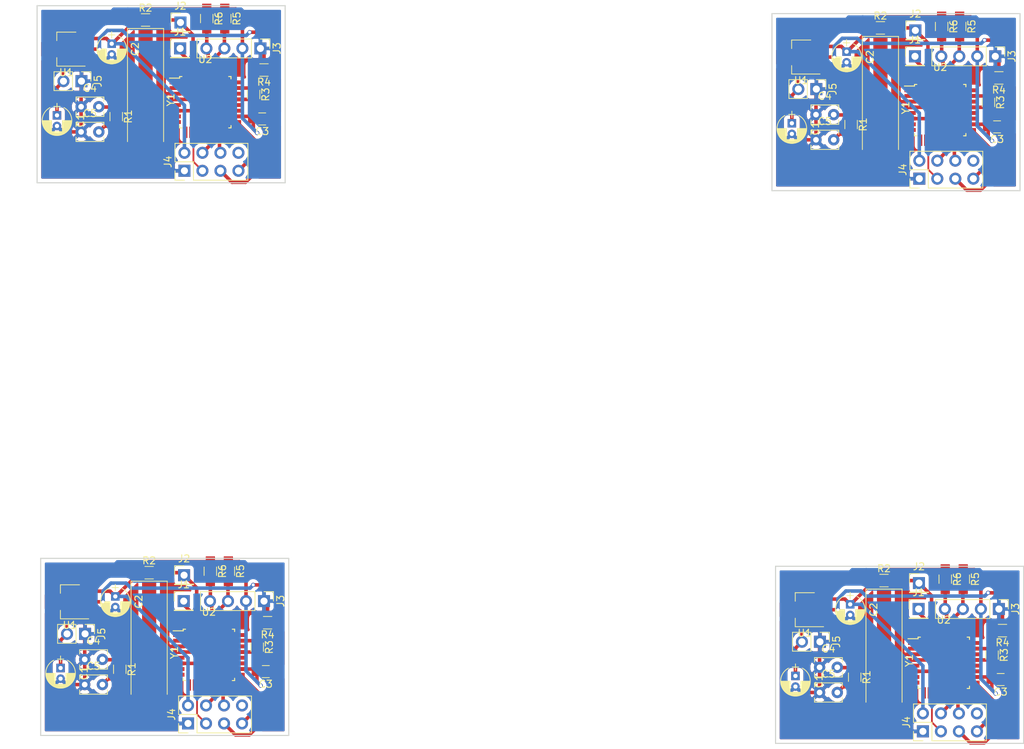
<source format=kicad_pcb>
(kicad_pcb (version 4) (host pcbnew 4.0.7)
  (layers (0 F.Cu signal) (31 B.Cu signal) (34 B.Paste user) (35 F.Paste user) (36 B.SilkS user) (37 F.SilkS user) (38 B.Mask user) (39 F.Mask user) (44 Edge.Cuts user))
  (net 0 "")
  (net 1 +BATT)
  (net 2 GND)
  (net 3 +3V3)
  (net 4 "Net-(C4-Pad2)")
  (net 5 "Net-(C5-Pad2)")
  (net 6 "Net-(J1-Pad1)")
  (net 7 "Net-(J2-Pad1)")
  (net 8 SDA)
  (net 9 SCL)
  (net 10 CE)
  (net 11 CSN)
  (net 12 SCK)
  (net 13 MOSI)
  (net 14 MISO)
  (net 15 "Net-(J4-Pad8)")
  (net 16 "Net-(R3-Pad1)")
  (net 17 "Net-(U2-Pad1)")
  (net 18 "Net-(U2-Pad2)")
  (net 19 "Net-(U2-Pad9)")
  (net 20 "Net-(U2-Pad10)")
  (net 21 "Net-(U2-Pad11)")
  (net 22 "Net-(U2-Pad12)")
  (net 23 "Net-(U2-Pad19)")
  (net 24 "Net-(U2-Pad20)")
  (net 25 "Net-(U2-Pad22)")
  (net 26 "Net-(U2-Pad24)")
  (net 27 "Net-(U2-Pad25)")
  (net 28 "Net-(U2-Pad26)")
  (net 29 "Net-(U2-Pad30)")
  (net 30 "Net-(U2-Pad32)")
  (module Resistors_SMD:R_0805_HandSoldering (layer F.Cu) (at 93.472 28.0924 270)
    (fp_text reference R6 (at 0 -1.7 270) (layer F.SilkS))
    (fp_text value 4k7)
    (pad 1 smd rect (at -1.35 0 270) (size 1.5 1.3) (layers F.Cu F.Paste F.Mask) (net 3 +3V3))
    (pad 2 smd rect (at 1.35 0 270) (size 1.5 1.3) (layers F.Cu F.Paste F.Mask) (net 9 SCL))
  )
  (module Resistors_SMD:R_0805_HandSoldering (layer F.Cu) (at 96.012 28.0924 270)
    (fp_text reference R5 (at 0 -1.7 270) (layer F.SilkS))
    (fp_text value 4k7)
    (pad 1 smd rect (at -1.35 0 270) (size 1.5 1.3) (layers F.Cu F.Paste F.Mask) (net 3 +3V3))
    (pad 2 smd rect (at 1.35 0 270) (size 1.5 1.3) (layers F.Cu F.Paste F.Mask) (net 8 SDA))
  )
  (module Crystals_2:Crystal_SMD_HC49-SD_HandSoldering (layer F.Cu) (at 84.836 39.5732 270)
    (fp_text reference Y1 (at 0 -3.55 270) (layer F.SilkS))
    (fp_text value 16Mhz)
    (pad 1 smd rect (at -5.9375 0 270) (size 7.875 2) (layers F.Cu F.Paste F.Mask) (net 4 "Net-(C4-Pad2)"))
    (pad 2 smd rect (at 5.9375 0 270) (size 7.875 2) (layers F.Cu F.Paste F.Mask) (net 5 "Net-(C5-Pad2)"))
  )
  (module Housings_QFP:TQFP-32_7x7mm_Pitch0.8mm (layer F.Cu) (at 93.2688 39.9034)
    (fp_text reference U2 (at 0 -6.05) (layer F.SilkS))
    (fp_text value ATMEGA328P-AU)
    (pad 1 smd rect (at -4.25 -2.8) (size 1.6 0.55) (layers F.Cu F.Paste F.Mask) (net 17 "Net-(U2-Pad1)"))
    (pad 2 smd rect (at -4.25 -2) (size 1.6 0.55) (layers F.Cu F.Paste F.Mask) (net 18 "Net-(U2-Pad2)"))
    (pad 3 smd rect (at -4.25 -1.2) (size 1.6 0.55) (layers F.Cu F.Paste F.Mask) (net 2 GND))
    (pad 4 smd rect (at -4.25 -0.4) (size 1.6 0.55) (layers F.Cu F.Paste F.Mask) (net 3 +3V3))
    (pad 5 smd rect (at -4.25 0.4) (size 1.6 0.55) (layers F.Cu F.Paste F.Mask) (net 2 GND))
    (pad 6 smd rect (at -4.25 1.2) (size 1.6 0.55) (layers F.Cu F.Paste F.Mask) (net 3 +3V3))
    (pad 7 smd rect (at -4.25 2) (size 1.6 0.55) (layers F.Cu F.Paste F.Mask) (net 4 "Net-(C4-Pad2)"))
    (pad 8 smd rect (at -4.25 2.8) (size 1.6 0.55) (layers F.Cu F.Paste F.Mask) (net 5 "Net-(C5-Pad2)"))
    (pad 9 smd rect (at -2.8 4.25 90) (size 1.6 0.55) (layers F.Cu F.Paste F.Mask) (net 19 "Net-(U2-Pad9)"))
    (pad 10 smd rect (at -2 4.25 90) (size 1.6 0.55) (layers F.Cu F.Paste F.Mask) (net 20 "Net-(U2-Pad10)"))
    (pad 11 smd rect (at -1.2 4.25 90) (size 1.6 0.55) (layers F.Cu F.Paste F.Mask) (net 21 "Net-(U2-Pad11)"))
    (pad 12 smd rect (at -0.4 4.25 90) (size 1.6 0.55) (layers F.Cu F.Paste F.Mask) (net 22 "Net-(U2-Pad12)"))
    (pad 13 smd rect (at 0.4 4.25 90) (size 1.6 0.55) (layers F.Cu F.Paste F.Mask) (net 10 CE))
    (pad 14 smd rect (at 1.2 4.25 90) (size 1.6 0.55) (layers F.Cu F.Paste F.Mask) (net 11 CSN))
    (pad 15 smd rect (at 2 4.25 90) (size 1.6 0.55) (layers F.Cu F.Paste F.Mask) (net 13 MOSI))
    (pad 16 smd rect (at 2.8 4.25 90) (size 1.6 0.55) (layers F.Cu F.Paste F.Mask) (net 14 MISO))
    (pad 17 smd rect (at 4.25 2.8) (size 1.6 0.55) (layers F.Cu F.Paste F.Mask) (net 12 SCK))
    (pad 18 smd rect (at 4.25 2) (size 1.6 0.55) (layers F.Cu F.Paste F.Mask) (net 3 +3V3))
    (pad 19 smd rect (at 4.25 1.2) (size 1.6 0.55) (layers F.Cu F.Paste F.Mask) (net 23 "Net-(U2-Pad19)"))
    (pad 20 smd rect (at 4.25 0.4) (size 1.6 0.55) (layers F.Cu F.Paste F.Mask) (net 24 "Net-(U2-Pad20)"))
    (pad 21 smd rect (at 4.25 -0.4) (size 1.6 0.55) (layers F.Cu F.Paste F.Mask) (net 2 GND))
    (pad 22 smd rect (at 4.25 -1.2) (size 1.6 0.55) (layers F.Cu F.Paste F.Mask) (net 25 "Net-(U2-Pad22)"))
    (pad 23 smd rect (at 4.25 -2) (size 1.6 0.55) (layers F.Cu F.Paste F.Mask) (net 16 "Net-(R3-Pad1)"))
    (pad 24 smd rect (at 4.25 -2.8) (size 1.6 0.55) (layers F.Cu F.Paste F.Mask) (net 26 "Net-(U2-Pad24)"))
    (pad 25 smd rect (at 2.8 -4.25 90) (size 1.6 0.55) (layers F.Cu F.Paste F.Mask) (net 27 "Net-(U2-Pad25)"))
    (pad 26 smd rect (at 2 -4.25 90) (size 1.6 0.55) (layers F.Cu F.Paste F.Mask) (net 28 "Net-(U2-Pad26)"))
    (pad 27 smd rect (at 1.2 -4.25 90) (size 1.6 0.55) (layers F.Cu F.Paste F.Mask) (net 8 SDA))
    (pad 28 smd rect (at 0.4 -4.25 90) (size 1.6 0.55) (layers F.Cu F.Paste F.Mask) (net 9 SCL))
    (pad 29 smd rect (at -0.4 -4.25 90) (size 1.6 0.55) (layers F.Cu F.Paste F.Mask) (net 7 "Net-(J2-Pad1)"))
    (pad 30 smd rect (at -1.2 -4.25 90) (size 1.6 0.55) (layers F.Cu F.Paste F.Mask) (net 29 "Net-(U2-Pad30)"))
    (pad 31 smd rect (at -2 -4.25 90) (size 1.6 0.55) (layers F.Cu F.Paste F.Mask) (net 6 "Net-(J1-Pad1)"))
    (pad 32 smd rect (at -2.8 -4.25 90) (size 1.6 0.55) (layers F.Cu F.Paste F.Mask) (net 30 "Net-(U2-Pad32)"))
  )
  (module TO_SOT_Packages_SMD:SOT-89-3_Handsoldering (layer F.Cu) (at 74.0918 32.4104 180)
    (fp_text reference U1 (at 0.45 -3.3 180) (layer F.SilkS))
    (fp_text value MCP1700-3302E_SOT89)
    (pad 1 smd rect (at -1.98 -1.5 90) (size 1 2.5) (layers F.Cu F.Paste F.Mask) (net 2 GND))
    (pad 2 smd rect (at -1.98 0 90) (size 1 2.5) (layers F.Cu F.Paste F.Mask) (net 1 +BATT))
    (pad 3 smd rect (at -1.98 1.5 90) (size 1 2.5) (layers F.Cu F.Paste F.Mask) (net 3 +3V3))
    (pad 2 smd rect (at 1.98 0 90) (size 2 4) (layers F.Cu F.Paste F.Mask) (net 1 +BATT))
    (pad 2 smd trapezoid (at -0.37 0 270) (size 1.5 0.75) (rect_delta 0 0.5) (layers F.Cu F.Paste F.Mask) (net 1 +BATT))
  )
  (module Resistors_SMD:R_0805_HandSoldering (layer F.Cu) (at 101.5492 35.3568 180)
    (fp_text reference R4 (at 0 -1.7 180) (layer F.SilkS))
    (fp_text value 10k)
    (pad 1 smd rect (at -1.35 0 180) (size 1.5 1.3) (layers F.Cu F.Paste F.Mask) (net 1 +BATT))
    (pad 2 smd rect (at 1.35 0 180) (size 1.5 1.3) (layers F.Cu F.Paste F.Mask) (net 16 "Net-(R3-Pad1)"))
  )
  (module Resistors_SMD:R_0805_HandSoldering (layer F.Cu) (at 100.076 38.8112 270)
    (fp_text reference R3 (at 0 -1.7 270) (layer F.SilkS))
    (fp_text value 2k2)
    (pad 1 smd rect (at -1.35 0 270) (size 1.5 1.3) (layers F.Cu F.Paste F.Mask) (net 16 "Net-(R3-Pad1)"))
    (pad 2 smd rect (at 1.35 0 270) (size 1.5 1.3) (layers F.Cu F.Paste F.Mask) (net 2 GND))
  )
  (module Resistors_SMD:R_0805_HandSoldering (layer F.Cu) (at 84.836 28.2956)
    (fp_text reference R2 (at 0 -1.7) (layer F.SilkS))
    (fp_text value 10k)
    (pad 1 smd rect (at -1.35 0) (size 1.5 1.3) (layers F.Cu F.Paste F.Mask) (net 3 +3V3))
    (pad 2 smd rect (at 1.35 0) (size 1.5 1.3) (layers F.Cu F.Paste F.Mask) (net 7 "Net-(J2-Pad1)"))
  )
  (module Resistors_SMD:R_0805_HandSoldering (layer F.Cu) (at 80.6958 41.9354 270)
    (fp_text reference R1 (at 0 -1.7 270) (layer F.SilkS))
    (fp_text value 1M)
    (pad 1 smd rect (at -1.35 0 270) (size 1.5 1.3) (layers F.Cu F.Paste F.Mask) (net 4 "Net-(C4-Pad2)"))
    (pad 2 smd rect (at 1.35 0 270) (size 1.5 1.3) (layers F.Cu F.Paste F.Mask) (net 5 "Net-(C5-Pad2)"))
  )
  (module Pin_Headers:Pin_Header_Straight_1x02_Pitch2.54mm (layer F.Cu) (at 75.7936 36.9316 270)
    (fp_text reference J5 (at 0 -2.33 270) (layer F.SilkS))
    (fp_text value PWR)
    (pad 1 thru_hole rect (at 0 0 270) (size 1.7 1.7) (drill 1) (layers *.Cu *.Mask) (net 2 GND))
    (pad 2 thru_hole oval (at 0 2.54 270) (size 1.7 1.7) (drill 1) (layers *.Cu *.Mask) (net 1 +BATT))
  )
  (module Pin_Headers:Pin_Header_Straight_2x04_Pitch2.54mm (layer F.Cu) (at 90.3224 49.5808 90)
    (fp_text reference J4 (at 1.27 -2.33 90) (layer F.SilkS))
    (fp_text value NRF24l01)
    (pad 1 thru_hole rect (at 0 0 90) (size 1.7 1.7) (drill 1) (layers *.Cu *.Mask) (net 2 GND))
    (pad 2 thru_hole oval (at 2.54 0 90) (size 1.7 1.7) (drill 1) (layers *.Cu *.Mask) (net 3 +3V3))
    (pad 3 thru_hole oval (at 0 2.54 90) (size 1.7 1.7) (drill 1) (layers *.Cu *.Mask) (net 10 CE))
    (pad 4 thru_hole oval (at 2.54 2.54 90) (size 1.7 1.7) (drill 1) (layers *.Cu *.Mask) (net 11 CSN))
    (pad 5 thru_hole oval (at 0 5.08 90) (size 1.7 1.7) (drill 1) (layers *.Cu *.Mask) (net 12 SCK))
    (pad 6 thru_hole oval (at 2.54 5.08 90) (size 1.7 1.7) (drill 1) (layers *.Cu *.Mask) (net 13 MOSI))
    (pad 7 thru_hole oval (at 0 7.62 90) (size 1.7 1.7) (drill 1) (layers *.Cu *.Mask) (net 14 MISO))
    (pad 8 thru_hole oval (at 2.54 7.62 90) (size 1.7 1.7) (drill 1) (layers *.Cu *.Mask) (net 15 "Net-(J4-Pad8)"))
  )
  (module Pin_Headers:Pin_Header_Straight_1x01_Pitch2.54mm (layer F.Cu) (at 89.7636 28.6512)
    (fp_text reference J2 (at 0 -2.33) (layer F.SilkS))
    (fp_text value RST)
    (pad 1 thru_hole rect (at 0 0) (size 1.7 1.7) (drill 1) (layers *.Cu *.Mask) (net 7 "Net-(J2-Pad1)"))
  )
  (module Pin_Headers:Pin_Header_Straight_1x01_Pitch2.54mm (layer F.Cu) (at 89.7128 32.3088)
    (fp_text reference J1 (at 0 -2.33) (layer F.SilkS))
    (fp_text value TX)
    (pad 1 thru_hole rect (at 0 0) (size 1.7 1.7) (drill 1) (layers *.Cu *.Mask) (net 6 "Net-(J1-Pad1)"))
  )
  (module Capacitors_THT_2:C_Disc_D3.8mm_W2.6mm_P2.50mm (layer F.Cu) (at 75.7428 44.0944)
    (fp_text reference C5 (at 1.25 -2.61) (layer F.SilkS))
    (fp_text value 22p)
    (pad 1 thru_hole circle (at 0 0) (size 1.6 1.6) (drill 0.8) (layers *.Cu *.Mask) (net 2 GND))
    (pad 2 thru_hole circle (at 2.5 0) (size 1.6 1.6) (drill 0.8) (layers *.Cu *.Mask) (net 5 "Net-(C5-Pad2)"))
  )
  (module Capacitors_THT_2:C_Disc_D3.8mm_W2.6mm_P2.50mm (layer F.Cu) (at 75.7428 40.5384)
    (fp_text reference C4 (at 1.25 -2.61) (layer F.SilkS))
    (fp_text value 22p)
    (pad 1 thru_hole circle (at 0 0) (size 1.6 1.6) (drill 0.8) (layers *.Cu *.Mask) (net 2 GND))
    (pad 2 thru_hole circle (at 2.5 0) (size 1.6 1.6) (drill 0.8) (layers *.Cu *.Mask) (net 4 "Net-(C4-Pad2)"))
  )
  (module Capacitors_SMD:C_0805_HandSoldering (layer F.Cu) (at 101.2952 42.2656 180)
    (fp_text reference C3 (at 0 -1.75 180) (layer F.SilkS))
    (fp_text value 100n)
    (pad 1 smd rect (at -1.25 0 180) (size 1.5 1.25) (layers F.Cu F.Paste F.Mask) (net 2 GND))
    (pad 2 smd rect (at 1.25 0 180) (size 1.5 1.25) (layers F.Cu F.Paste F.Mask) (net 3 +3V3))
  )
  (module Capacitors_THT:CP_Radial_D4.0mm_P1.50mm (layer F.Cu) (at 80.0608 31.6484 270)
    (fp_text reference C2 (at 0.75 -3.31 270) (layer F.SilkS))
    (fp_text value 22u)
    (pad 1 thru_hole rect (at 0 0 270) (size 1.2 1.2) (drill 0.6) (layers *.Cu *.Mask) (net 3 +3V3))
    (pad 2 thru_hole circle (at 1.5 0 270) (size 1.2 1.2) (drill 0.6) (layers *.Cu *.Mask) (net 2 GND))
  )
  (module Capacitors_THT:CP_Radial_D4.0mm_P1.50mm (layer F.Cu) (at 72.3392 41.7576 270)
    (fp_text reference C1 (at 0.75 -3.31 270) (layer F.SilkS))
    (fp_text value 1u)
    (pad 1 thru_hole rect (at 0 0 270) (size 1.2 1.2) (drill 0.6) (layers *.Cu *.Mask) (net 1 +BATT))
    (pad 2 thru_hole circle (at 1.5 0 270) (size 1.2 1.2) (drill 0.6) (layers *.Cu *.Mask) (net 2 GND))
  )
  (module Pin_Headers:Pin_Header_Straight_1x04_Pitch2.54mm (layer F.Cu) (at 101.0412 32.3088 270)
    (fp_text reference J3 (at 0 -2.33 270) (layer F.SilkS))
    (fp_text value I2C)
    (pad 1 thru_hole rect (at 0 0 270) (size 1.7 1.7) (drill 1) (layers *.Cu *.Mask) (net 2 GND))
    (pad 2 thru_hole oval (at 0 2.54 270) (size 1.7 1.7) (drill 1) (layers *.Cu *.Mask) (net 3 +3V3))
    (pad 3 thru_hole oval (at 0 5.08 270) (size 1.7 1.7) (drill 1) (layers *.Cu *.Mask) (net 8 SDA))
    (pad 4 thru_hole oval (at 0 7.62 270) (size 1.7 1.7) (drill 1) (layers *.Cu *.Mask) (net 9 SCL))
  )
  (module Pin_Headers:Pin_Header_Straight_1x04_Pitch2.54mm (layer F.Cu) (at 101.5492 110.3376 270)
    (fp_text reference J3 (at 0 -2.33 270) (layer F.SilkS))
    (fp_text value I2C)
    (pad 1 thru_hole rect (at 0 0 270) (size 1.7 1.7) (drill 1) (layers *.Cu *.Mask) (net 2 GND))
    (pad 2 thru_hole oval (at 0 2.54 270) (size 1.7 1.7) (drill 1) (layers *.Cu *.Mask) (net 3 +3V3))
    (pad 3 thru_hole oval (at 0 5.08 270) (size 1.7 1.7) (drill 1) (layers *.Cu *.Mask) (net 8 SDA))
    (pad 4 thru_hole oval (at 0 7.62 270) (size 1.7 1.7) (drill 1) (layers *.Cu *.Mask) (net 9 SCL))
  )
  (module Capacitors_THT:CP_Radial_D4.0mm_P1.50mm (layer F.Cu) (at 72.8472 119.7864 270)
    (fp_text reference C1 (at 0.75 -3.31 270) (layer F.SilkS))
    (fp_text value 1u)
    (pad 1 thru_hole rect (at 0 0 270) (size 1.2 1.2) (drill 0.6) (layers *.Cu *.Mask) (net 1 +BATT))
    (pad 2 thru_hole circle (at 1.5 0 270) (size 1.2 1.2) (drill 0.6) (layers *.Cu *.Mask) (net 2 GND))
  )
  (module Capacitors_THT:CP_Radial_D4.0mm_P1.50mm (layer F.Cu) (at 80.5688 109.6772 270)
    (fp_text reference C2 (at 0.75 -3.31 270) (layer F.SilkS))
    (fp_text value 22u)
    (pad 1 thru_hole rect (at 0 0 270) (size 1.2 1.2) (drill 0.6) (layers *.Cu *.Mask) (net 3 +3V3))
    (pad 2 thru_hole circle (at 1.5 0 270) (size 1.2 1.2) (drill 0.6) (layers *.Cu *.Mask) (net 2 GND))
  )
  (module Capacitors_SMD:C_0805_HandSoldering (layer F.Cu) (at 101.8032 120.2944 180)
    (fp_text reference C3 (at 0 -1.75 180) (layer F.SilkS))
    (fp_text value 100n)
    (pad 1 smd rect (at -1.25 0 180) (size 1.5 1.25) (layers F.Cu F.Paste F.Mask) (net 2 GND))
    (pad 2 smd rect (at 1.25 0 180) (size 1.5 1.25) (layers F.Cu F.Paste F.Mask) (net 3 +3V3))
  )
  (module Capacitors_THT_2:C_Disc_D3.8mm_W2.6mm_P2.50mm (layer F.Cu) (at 76.2508 118.5672)
    (fp_text reference C4 (at 1.25 -2.61) (layer F.SilkS))
    (fp_text value 22p)
    (pad 1 thru_hole circle (at 0 0) (size 1.6 1.6) (drill 0.8) (layers *.Cu *.Mask) (net 2 GND))
    (pad 2 thru_hole circle (at 2.5 0) (size 1.6 1.6) (drill 0.8) (layers *.Cu *.Mask) (net 4 "Net-(C4-Pad2)"))
  )
  (module Capacitors_THT_2:C_Disc_D3.8mm_W2.6mm_P2.50mm (layer F.Cu) (at 76.2508 122.1232)
    (fp_text reference C5 (at 1.25 -2.61) (layer F.SilkS))
    (fp_text value 22p)
    (pad 1 thru_hole circle (at 0 0) (size 1.6 1.6) (drill 0.8) (layers *.Cu *.Mask) (net 2 GND))
    (pad 2 thru_hole circle (at 2.5 0) (size 1.6 1.6) (drill 0.8) (layers *.Cu *.Mask) (net 5 "Net-(C5-Pad2)"))
  )
  (module Pin_Headers:Pin_Header_Straight_1x01_Pitch2.54mm (layer F.Cu) (at 90.2208 110.3376)
    (fp_text reference J1 (at 0 -2.33) (layer F.SilkS))
    (fp_text value TX)
    (pad 1 thru_hole rect (at 0 0) (size 1.7 1.7) (drill 1) (layers *.Cu *.Mask) (net 6 "Net-(J1-Pad1)"))
  )
  (module Pin_Headers:Pin_Header_Straight_1x01_Pitch2.54mm (layer F.Cu) (at 90.2716 106.68)
    (fp_text reference J2 (at 0 -2.33) (layer F.SilkS))
    (fp_text value RST)
    (pad 1 thru_hole rect (at 0 0) (size 1.7 1.7) (drill 1) (layers *.Cu *.Mask) (net 7 "Net-(J2-Pad1)"))
  )
  (module Pin_Headers:Pin_Header_Straight_2x04_Pitch2.54mm (layer F.Cu) (at 90.8304 127.6096 90)
    (fp_text reference J4 (at 1.27 -2.33 90) (layer F.SilkS))
    (fp_text value NRF24l01)
    (pad 1 thru_hole rect (at 0 0 90) (size 1.7 1.7) (drill 1) (layers *.Cu *.Mask) (net 2 GND))
    (pad 2 thru_hole oval (at 2.54 0 90) (size 1.7 1.7) (drill 1) (layers *.Cu *.Mask) (net 3 +3V3))
    (pad 3 thru_hole oval (at 0 2.54 90) (size 1.7 1.7) (drill 1) (layers *.Cu *.Mask) (net 10 CE))
    (pad 4 thru_hole oval (at 2.54 2.54 90) (size 1.7 1.7) (drill 1) (layers *.Cu *.Mask) (net 11 CSN))
    (pad 5 thru_hole oval (at 0 5.08 90) (size 1.7 1.7) (drill 1) (layers *.Cu *.Mask) (net 12 SCK))
    (pad 6 thru_hole oval (at 2.54 5.08 90) (size 1.7 1.7) (drill 1) (layers *.Cu *.Mask) (net 13 MOSI))
    (pad 7 thru_hole oval (at 0 7.62 90) (size 1.7 1.7) (drill 1) (layers *.Cu *.Mask) (net 14 MISO))
    (pad 8 thru_hole oval (at 2.54 7.62 90) (size 1.7 1.7) (drill 1) (layers *.Cu *.Mask) (net 15 "Net-(J4-Pad8)"))
  )
  (module Pin_Headers:Pin_Header_Straight_1x02_Pitch2.54mm (layer F.Cu) (at 76.3016 114.9604 270)
    (fp_text reference J5 (at 0 -2.33 270) (layer F.SilkS))
    (fp_text value PWR)
    (pad 1 thru_hole rect (at 0 0 270) (size 1.7 1.7) (drill 1) (layers *.Cu *.Mask) (net 2 GND))
    (pad 2 thru_hole oval (at 0 2.54 270) (size 1.7 1.7) (drill 1) (layers *.Cu *.Mask) (net 1 +BATT))
  )
  (module Resistors_SMD:R_0805_HandSoldering (layer F.Cu) (at 81.2038 119.9642 270)
    (fp_text reference R1 (at 0 -1.7 270) (layer F.SilkS))
    (fp_text value 1M)
    (pad 1 smd rect (at -1.35 0 270) (size 1.5 1.3) (layers F.Cu F.Paste F.Mask) (net 4 "Net-(C4-Pad2)"))
    (pad 2 smd rect (at 1.35 0 270) (size 1.5 1.3) (layers F.Cu F.Paste F.Mask) (net 5 "Net-(C5-Pad2)"))
  )
  (module Resistors_SMD:R_0805_HandSoldering (layer F.Cu) (at 85.344 106.3244)
    (fp_text reference R2 (at 0 -1.7) (layer F.SilkS))
    (fp_text value 10k)
    (pad 1 smd rect (at -1.35 0) (size 1.5 1.3) (layers F.Cu F.Paste F.Mask) (net 3 +3V3))
    (pad 2 smd rect (at 1.35 0) (size 1.5 1.3) (layers F.Cu F.Paste F.Mask) (net 7 "Net-(J2-Pad1)"))
  )
  (module Resistors_SMD:R_0805_HandSoldering (layer F.Cu) (at 100.584 116.84 270)
    (fp_text reference R3 (at 0 -1.7 270) (layer F.SilkS))
    (fp_text value 2k2)
    (pad 1 smd rect (at -1.35 0 270) (size 1.5 1.3) (layers F.Cu F.Paste F.Mask) (net 16 "Net-(R3-Pad1)"))
    (pad 2 smd rect (at 1.35 0 270) (size 1.5 1.3) (layers F.Cu F.Paste F.Mask) (net 2 GND))
  )
  (module Resistors_SMD:R_0805_HandSoldering (layer F.Cu) (at 102.0572 113.3856 180)
    (fp_text reference R4 (at 0 -1.7 180) (layer F.SilkS))
    (fp_text value 10k)
    (pad 1 smd rect (at -1.35 0 180) (size 1.5 1.3) (layers F.Cu F.Paste F.Mask) (net 1 +BATT))
    (pad 2 smd rect (at 1.35 0 180) (size 1.5 1.3) (layers F.Cu F.Paste F.Mask) (net 16 "Net-(R3-Pad1)"))
  )
  (module TO_SOT_Packages_SMD:SOT-89-3_Handsoldering (layer F.Cu) (at 74.5998 110.4392 180)
    (fp_text reference U1 (at 0.45 -3.3 180) (layer F.SilkS))
    (fp_text value MCP1700-3302E_SOT89)
    (pad 1 smd rect (at -1.98 -1.5 90) (size 1 2.5) (layers F.Cu F.Paste F.Mask) (net 2 GND))
    (pad 2 smd rect (at -1.98 0 90) (size 1 2.5) (layers F.Cu F.Paste F.Mask) (net 1 +BATT))
    (pad 3 smd rect (at -1.98 1.5 90) (size 1 2.5) (layers F.Cu F.Paste F.Mask) (net 3 +3V3))
    (pad 2 smd rect (at 1.98 0 90) (size 2 4) (layers F.Cu F.Paste F.Mask) (net 1 +BATT))
    (pad 2 smd trapezoid (at -0.37 0 270) (size 1.5 0.75) (rect_delta 0 0.5) (layers F.Cu F.Paste F.Mask) (net 1 +BATT))
  )
  (module Housings_QFP:TQFP-32_7x7mm_Pitch0.8mm (layer F.Cu) (at 93.7768 117.9322)
    (fp_text reference U2 (at 0 -6.05) (layer F.SilkS))
    (fp_text value ATMEGA328P-AU)
    (pad 1 smd rect (at -4.25 -2.8) (size 1.6 0.55) (layers F.Cu F.Paste F.Mask) (net 17 "Net-(U2-Pad1)"))
    (pad 2 smd rect (at -4.25 -2) (size 1.6 0.55) (layers F.Cu F.Paste F.Mask) (net 18 "Net-(U2-Pad2)"))
    (pad 3 smd rect (at -4.25 -1.2) (size 1.6 0.55) (layers F.Cu F.Paste F.Mask) (net 2 GND))
    (pad 4 smd rect (at -4.25 -0.4) (size 1.6 0.55) (layers F.Cu F.Paste F.Mask) (net 3 +3V3))
    (pad 5 smd rect (at -4.25 0.4) (size 1.6 0.55) (layers F.Cu F.Paste F.Mask) (net 2 GND))
    (pad 6 smd rect (at -4.25 1.2) (size 1.6 0.55) (layers F.Cu F.Paste F.Mask) (net 3 +3V3))
    (pad 7 smd rect (at -4.25 2) (size 1.6 0.55) (layers F.Cu F.Paste F.Mask) (net 4 "Net-(C4-Pad2)"))
    (pad 8 smd rect (at -4.25 2.8) (size 1.6 0.55) (layers F.Cu F.Paste F.Mask) (net 5 "Net-(C5-Pad2)"))
    (pad 9 smd rect (at -2.8 4.25 90) (size 1.6 0.55) (layers F.Cu F.Paste F.Mask) (net 19 "Net-(U2-Pad9)"))
    (pad 10 smd rect (at -2 4.25 90) (size 1.6 0.55) (layers F.Cu F.Paste F.Mask) (net 20 "Net-(U2-Pad10)"))
    (pad 11 smd rect (at -1.2 4.25 90) (size 1.6 0.55) (layers F.Cu F.Paste F.Mask) (net 21 "Net-(U2-Pad11)"))
    (pad 12 smd rect (at -0.4 4.25 90) (size 1.6 0.55) (layers F.Cu F.Paste F.Mask) (net 22 "Net-(U2-Pad12)"))
    (pad 13 smd rect (at 0.4 4.25 90) (size 1.6 0.55) (layers F.Cu F.Paste F.Mask) (net 10 CE))
    (pad 14 smd rect (at 1.2 4.25 90) (size 1.6 0.55) (layers F.Cu F.Paste F.Mask) (net 11 CSN))
    (pad 15 smd rect (at 2 4.25 90) (size 1.6 0.55) (layers F.Cu F.Paste F.Mask) (net 13 MOSI))
    (pad 16 smd rect (at 2.8 4.25 90) (size 1.6 0.55) (layers F.Cu F.Paste F.Mask) (net 14 MISO))
    (pad 17 smd rect (at 4.25 2.8) (size 1.6 0.55) (layers F.Cu F.Paste F.Mask) (net 12 SCK))
    (pad 18 smd rect (at 4.25 2) (size 1.6 0.55) (layers F.Cu F.Paste F.Mask) (net 3 +3V3))
    (pad 19 smd rect (at 4.25 1.2) (size 1.6 0.55) (layers F.Cu F.Paste F.Mask) (net 23 "Net-(U2-Pad19)"))
    (pad 20 smd rect (at 4.25 0.4) (size 1.6 0.55) (layers F.Cu F.Paste F.Mask) (net 24 "Net-(U2-Pad20)"))
    (pad 21 smd rect (at 4.25 -0.4) (size 1.6 0.55) (layers F.Cu F.Paste F.Mask) (net 2 GND))
    (pad 22 smd rect (at 4.25 -1.2) (size 1.6 0.55) (layers F.Cu F.Paste F.Mask) (net 25 "Net-(U2-Pad22)"))
    (pad 23 smd rect (at 4.25 -2) (size 1.6 0.55) (layers F.Cu F.Paste F.Mask) (net 16 "Net-(R3-Pad1)"))
    (pad 24 smd rect (at 4.25 -2.8) (size 1.6 0.55) (layers F.Cu F.Paste F.Mask) (net 26 "Net-(U2-Pad24)"))
    (pad 25 smd rect (at 2.8 -4.25 90) (size 1.6 0.55) (layers F.Cu F.Paste F.Mask) (net 27 "Net-(U2-Pad25)"))
    (pad 26 smd rect (at 2 -4.25 90) (size 1.6 0.55) (layers F.Cu F.Paste F.Mask) (net 28 "Net-(U2-Pad26)"))
    (pad 27 smd rect (at 1.2 -4.25 90) (size 1.6 0.55) (layers F.Cu F.Paste F.Mask) (net 8 SDA))
    (pad 28 smd rect (at 0.4 -4.25 90) (size 1.6 0.55) (layers F.Cu F.Paste F.Mask) (net 9 SCL))
    (pad 29 smd rect (at -0.4 -4.25 90) (size 1.6 0.55) (layers F.Cu F.Paste F.Mask) (net 7 "Net-(J2-Pad1)"))
    (pad 30 smd rect (at -1.2 -4.25 90) (size 1.6 0.55) (layers F.Cu F.Paste F.Mask) (net 29 "Net-(U2-Pad30)"))
    (pad 31 smd rect (at -2 -4.25 90) (size 1.6 0.55) (layers F.Cu F.Paste F.Mask) (net 6 "Net-(J1-Pad1)"))
    (pad 32 smd rect (at -2.8 -4.25 90) (size 1.6 0.55) (layers F.Cu F.Paste F.Mask) (net 30 "Net-(U2-Pad32)"))
  )
  (module Crystals_2:Crystal_SMD_HC49-SD_HandSoldering (layer F.Cu) (at 85.344 117.602 270)
    (fp_text reference Y1 (at 0 -3.55 270) (layer F.SilkS))
    (fp_text value 16Mhz)
    (pad 1 smd rect (at -5.9375 0 270) (size 7.875 2) (layers F.Cu F.Paste F.Mask) (net 4 "Net-(C4-Pad2)"))
    (pad 2 smd rect (at 5.9375 0 270) (size 7.875 2) (layers F.Cu F.Paste F.Mask) (net 5 "Net-(C5-Pad2)"))
  )
  (module Resistors_SMD:R_0805_HandSoldering (layer F.Cu) (at 96.52 106.1212 270)
    (fp_text reference R5 (at 0 -1.7 270) (layer F.SilkS))
    (fp_text value 4k7)
    (pad 1 smd rect (at -1.35 0 270) (size 1.5 1.3) (layers F.Cu F.Paste F.Mask) (net 3 +3V3))
    (pad 2 smd rect (at 1.35 0 270) (size 1.5 1.3) (layers F.Cu F.Paste F.Mask) (net 8 SDA))
  )
  (module Resistors_SMD:R_0805_HandSoldering (layer F.Cu) (at 93.98 106.1212 270)
    (fp_text reference R6 (at 0 -1.7 270) (layer F.SilkS))
    (fp_text value 4k7)
    (pad 1 smd rect (at -1.35 0 270) (size 1.5 1.3) (layers F.Cu F.Paste F.Mask) (net 3 +3V3))
    (pad 2 smd rect (at 1.35 0 270) (size 1.5 1.3) (layers F.Cu F.Paste F.Mask) (net 9 SCL))
  )
  (module Resistors_SMD:R_0805_HandSoldering (layer F.Cu) (at 197.6628 107.2388 270)
    (fp_text reference R6 (at 0 -1.7 270) (layer F.SilkS))
    (fp_text value 4k7)
    (pad 1 smd rect (at -1.35 0 270) (size 1.5 1.3) (layers F.Cu F.Paste F.Mask) (net 3 +3V3))
    (pad 2 smd rect (at 1.35 0 270) (size 1.5 1.3) (layers F.Cu F.Paste F.Mask) (net 9 SCL))
  )
  (module Resistors_SMD:R_0805_HandSoldering (layer F.Cu) (at 200.2028 107.2388 270)
    (fp_text reference R5 (at 0 -1.7 270) (layer F.SilkS))
    (fp_text value 4k7)
    (pad 1 smd rect (at -1.35 0 270) (size 1.5 1.3) (layers F.Cu F.Paste F.Mask) (net 3 +3V3))
    (pad 2 smd rect (at 1.35 0 270) (size 1.5 1.3) (layers F.Cu F.Paste F.Mask) (net 8 SDA))
  )
  (module Crystals_2:Crystal_SMD_HC49-SD_HandSoldering (layer F.Cu) (at 189.0268 118.7196 270)
    (fp_text reference Y1 (at 0 -3.55 270) (layer F.SilkS))
    (fp_text value 16Mhz)
    (pad 1 smd rect (at -5.9375 0 270) (size 7.875 2) (layers F.Cu F.Paste F.Mask) (net 4 "Net-(C4-Pad2)"))
    (pad 2 smd rect (at 5.9375 0 270) (size 7.875 2) (layers F.Cu F.Paste F.Mask) (net 5 "Net-(C5-Pad2)"))
  )
  (module Housings_QFP:TQFP-32_7x7mm_Pitch0.8mm (layer F.Cu) (at 197.4596 119.0498)
    (fp_text reference U2 (at 0 -6.05) (layer F.SilkS))
    (fp_text value ATMEGA328P-AU)
    (pad 1 smd rect (at -4.25 -2.8) (size 1.6 0.55) (layers F.Cu F.Paste F.Mask) (net 17 "Net-(U2-Pad1)"))
    (pad 2 smd rect (at -4.25 -2) (size 1.6 0.55) (layers F.Cu F.Paste F.Mask) (net 18 "Net-(U2-Pad2)"))
    (pad 3 smd rect (at -4.25 -1.2) (size 1.6 0.55) (layers F.Cu F.Paste F.Mask) (net 2 GND))
    (pad 4 smd rect (at -4.25 -0.4) (size 1.6 0.55) (layers F.Cu F.Paste F.Mask) (net 3 +3V3))
    (pad 5 smd rect (at -4.25 0.4) (size 1.6 0.55) (layers F.Cu F.Paste F.Mask) (net 2 GND))
    (pad 6 smd rect (at -4.25 1.2) (size 1.6 0.55) (layers F.Cu F.Paste F.Mask) (net 3 +3V3))
    (pad 7 smd rect (at -4.25 2) (size 1.6 0.55) (layers F.Cu F.Paste F.Mask) (net 4 "Net-(C4-Pad2)"))
    (pad 8 smd rect (at -4.25 2.8) (size 1.6 0.55) (layers F.Cu F.Paste F.Mask) (net 5 "Net-(C5-Pad2)"))
    (pad 9 smd rect (at -2.8 4.25 90) (size 1.6 0.55) (layers F.Cu F.Paste F.Mask) (net 19 "Net-(U2-Pad9)"))
    (pad 10 smd rect (at -2 4.25 90) (size 1.6 0.55) (layers F.Cu F.Paste F.Mask) (net 20 "Net-(U2-Pad10)"))
    (pad 11 smd rect (at -1.2 4.25 90) (size 1.6 0.55) (layers F.Cu F.Paste F.Mask) (net 21 "Net-(U2-Pad11)"))
    (pad 12 smd rect (at -0.4 4.25 90) (size 1.6 0.55) (layers F.Cu F.Paste F.Mask) (net 22 "Net-(U2-Pad12)"))
    (pad 13 smd rect (at 0.4 4.25 90) (size 1.6 0.55) (layers F.Cu F.Paste F.Mask) (net 10 CE))
    (pad 14 smd rect (at 1.2 4.25 90) (size 1.6 0.55) (layers F.Cu F.Paste F.Mask) (net 11 CSN))
    (pad 15 smd rect (at 2 4.25 90) (size 1.6 0.55) (layers F.Cu F.Paste F.Mask) (net 13 MOSI))
    (pad 16 smd rect (at 2.8 4.25 90) (size 1.6 0.55) (layers F.Cu F.Paste F.Mask) (net 14 MISO))
    (pad 17 smd rect (at 4.25 2.8) (size 1.6 0.55) (layers F.Cu F.Paste F.Mask) (net 12 SCK))
    (pad 18 smd rect (at 4.25 2) (size 1.6 0.55) (layers F.Cu F.Paste F.Mask) (net 3 +3V3))
    (pad 19 smd rect (at 4.25 1.2) (size 1.6 0.55) (layers F.Cu F.Paste F.Mask) (net 23 "Net-(U2-Pad19)"))
    (pad 20 smd rect (at 4.25 0.4) (size 1.6 0.55) (layers F.Cu F.Paste F.Mask) (net 24 "Net-(U2-Pad20)"))
    (pad 21 smd rect (at 4.25 -0.4) (size 1.6 0.55) (layers F.Cu F.Paste F.Mask) (net 2 GND))
    (pad 22 smd rect (at 4.25 -1.2) (size 1.6 0.55) (layers F.Cu F.Paste F.Mask) (net 25 "Net-(U2-Pad22)"))
    (pad 23 smd rect (at 4.25 -2) (size 1.6 0.55) (layers F.Cu F.Paste F.Mask) (net 16 "Net-(R3-Pad1)"))
    (pad 24 smd rect (at 4.25 -2.8) (size 1.6 0.55) (layers F.Cu F.Paste F.Mask) (net 26 "Net-(U2-Pad24)"))
    (pad 25 smd rect (at 2.8 -4.25 90) (size 1.6 0.55) (layers F.Cu F.Paste F.Mask) (net 27 "Net-(U2-Pad25)"))
    (pad 26 smd rect (at 2 -4.25 90) (size 1.6 0.55) (layers F.Cu F.Paste F.Mask) (net 28 "Net-(U2-Pad26)"))
    (pad 27 smd rect (at 1.2 -4.25 90) (size 1.6 0.55) (layers F.Cu F.Paste F.Mask) (net 8 SDA))
    (pad 28 smd rect (at 0.4 -4.25 90) (size 1.6 0.55) (layers F.Cu F.Paste F.Mask) (net 9 SCL))
    (pad 29 smd rect (at -0.4 -4.25 90) (size 1.6 0.55) (layers F.Cu F.Paste F.Mask) (net 7 "Net-(J2-Pad1)"))
    (pad 30 smd rect (at -1.2 -4.25 90) (size 1.6 0.55) (layers F.Cu F.Paste F.Mask) (net 29 "Net-(U2-Pad30)"))
    (pad 31 smd rect (at -2 -4.25 90) (size 1.6 0.55) (layers F.Cu F.Paste F.Mask) (net 6 "Net-(J1-Pad1)"))
    (pad 32 smd rect (at -2.8 -4.25 90) (size 1.6 0.55) (layers F.Cu F.Paste F.Mask) (net 30 "Net-(U2-Pad32)"))
  )
  (module TO_SOT_Packages_SMD:SOT-89-3_Handsoldering (layer F.Cu) (at 178.2826 111.5568 180)
    (fp_text reference U1 (at 0.45 -3.3 180) (layer F.SilkS))
    (fp_text value MCP1700-3302E_SOT89)
    (pad 1 smd rect (at -1.98 -1.5 90) (size 1 2.5) (layers F.Cu F.Paste F.Mask) (net 2 GND))
    (pad 2 smd rect (at -1.98 0 90) (size 1 2.5) (layers F.Cu F.Paste F.Mask) (net 1 +BATT))
    (pad 3 smd rect (at -1.98 1.5 90) (size 1 2.5) (layers F.Cu F.Paste F.Mask) (net 3 +3V3))
    (pad 2 smd rect (at 1.98 0 90) (size 2 4) (layers F.Cu F.Paste F.Mask) (net 1 +BATT))
    (pad 2 smd trapezoid (at -0.37 0 270) (size 1.5 0.75) (rect_delta 0 0.5) (layers F.Cu F.Paste F.Mask) (net 1 +BATT))
  )
  (module Resistors_SMD:R_0805_HandSoldering (layer F.Cu) (at 205.74 114.5032 180)
    (fp_text reference R4 (at 0 -1.7 180) (layer F.SilkS))
    (fp_text value 10k)
    (pad 1 smd rect (at -1.35 0 180) (size 1.5 1.3) (layers F.Cu F.Paste F.Mask) (net 1 +BATT))
    (pad 2 smd rect (at 1.35 0 180) (size 1.5 1.3) (layers F.Cu F.Paste F.Mask) (net 16 "Net-(R3-Pad1)"))
  )
  (module Resistors_SMD:R_0805_HandSoldering (layer F.Cu) (at 204.2668 117.9576 270)
    (fp_text reference R3 (at 0 -1.7 270) (layer F.SilkS))
    (fp_text value 2k2)
    (pad 1 smd rect (at -1.35 0 270) (size 1.5 1.3) (layers F.Cu F.Paste F.Mask) (net 16 "Net-(R3-Pad1)"))
    (pad 2 smd rect (at 1.35 0 270) (size 1.5 1.3) (layers F.Cu F.Paste F.Mask) (net 2 GND))
  )
  (module Resistors_SMD:R_0805_HandSoldering (layer F.Cu) (at 189.0268 107.442)
    (fp_text reference R2 (at 0 -1.7) (layer F.SilkS))
    (fp_text value 10k)
    (pad 1 smd rect (at -1.35 0) (size 1.5 1.3) (layers F.Cu F.Paste F.Mask) (net 3 +3V3))
    (pad 2 smd rect (at 1.35 0) (size 1.5 1.3) (layers F.Cu F.Paste F.Mask) (net 7 "Net-(J2-Pad1)"))
  )
  (module Resistors_SMD:R_0805_HandSoldering (layer F.Cu) (at 184.8866 121.0818 270)
    (fp_text reference R1 (at 0 -1.7 270) (layer F.SilkS))
    (fp_text value 1M)
    (pad 1 smd rect (at -1.35 0 270) (size 1.5 1.3) (layers F.Cu F.Paste F.Mask) (net 4 "Net-(C4-Pad2)"))
    (pad 2 smd rect (at 1.35 0 270) (size 1.5 1.3) (layers F.Cu F.Paste F.Mask) (net 5 "Net-(C5-Pad2)"))
  )
  (module Pin_Headers:Pin_Header_Straight_1x02_Pitch2.54mm (layer F.Cu) (at 179.9844 116.078 270)
    (fp_text reference J5 (at 0 -2.33 270) (layer F.SilkS))
    (fp_text value PWR)
    (pad 1 thru_hole rect (at 0 0 270) (size 1.7 1.7) (drill 1) (layers *.Cu *.Mask) (net 2 GND))
    (pad 2 thru_hole oval (at 0 2.54 270) (size 1.7 1.7) (drill 1) (layers *.Cu *.Mask) (net 1 +BATT))
  )
  (module Pin_Headers:Pin_Header_Straight_2x04_Pitch2.54mm (layer F.Cu) (at 194.5132 128.7272 90)
    (fp_text reference J4 (at 1.27 -2.33 90) (layer F.SilkS))
    (fp_text value NRF24l01)
    (pad 1 thru_hole rect (at 0 0 90) (size 1.7 1.7) (drill 1) (layers *.Cu *.Mask) (net 2 GND))
    (pad 2 thru_hole oval (at 2.54 0 90) (size 1.7 1.7) (drill 1) (layers *.Cu *.Mask) (net 3 +3V3))
    (pad 3 thru_hole oval (at 0 2.54 90) (size 1.7 1.7) (drill 1) (layers *.Cu *.Mask) (net 10 CE))
    (pad 4 thru_hole oval (at 2.54 2.54 90) (size 1.7 1.7) (drill 1) (layers *.Cu *.Mask) (net 11 CSN))
    (pad 5 thru_hole oval (at 0 5.08 90) (size 1.7 1.7) (drill 1) (layers *.Cu *.Mask) (net 12 SCK))
    (pad 6 thru_hole oval (at 2.54 5.08 90) (size 1.7 1.7) (drill 1) (layers *.Cu *.Mask) (net 13 MOSI))
    (pad 7 thru_hole oval (at 0 7.62 90) (size 1.7 1.7) (drill 1) (layers *.Cu *.Mask) (net 14 MISO))
    (pad 8 thru_hole oval (at 2.54 7.62 90) (size 1.7 1.7) (drill 1) (layers *.Cu *.Mask) (net 15 "Net-(J4-Pad8)"))
  )
  (module Pin_Headers:Pin_Header_Straight_1x01_Pitch2.54mm (layer F.Cu) (at 193.9544 107.7976)
    (fp_text reference J2 (at 0 -2.33) (layer F.SilkS))
    (fp_text value RST)
    (pad 1 thru_hole rect (at 0 0) (size 1.7 1.7) (drill 1) (layers *.Cu *.Mask) (net 7 "Net-(J2-Pad1)"))
  )
  (module Pin_Headers:Pin_Header_Straight_1x01_Pitch2.54mm (layer F.Cu) (at 193.9036 111.4552)
    (fp_text reference J1 (at 0 -2.33) (layer F.SilkS))
    (fp_text value TX)
    (pad 1 thru_hole rect (at 0 0) (size 1.7 1.7) (drill 1) (layers *.Cu *.Mask) (net 6 "Net-(J1-Pad1)"))
  )
  (module Capacitors_THT_2:C_Disc_D3.8mm_W2.6mm_P2.50mm (layer F.Cu) (at 179.9336 123.2408)
    (fp_text reference C5 (at 1.25 -2.61) (layer F.SilkS))
    (fp_text value 22p)
    (pad 1 thru_hole circle (at 0 0) (size 1.6 1.6) (drill 0.8) (layers *.Cu *.Mask) (net 2 GND))
    (pad 2 thru_hole circle (at 2.5 0) (size 1.6 1.6) (drill 0.8) (layers *.Cu *.Mask) (net 5 "Net-(C5-Pad2)"))
  )
  (module Capacitors_THT_2:C_Disc_D3.8mm_W2.6mm_P2.50mm (layer F.Cu) (at 179.9336 119.6848)
    (fp_text reference C4 (at 1.25 -2.61) (layer F.SilkS))
    (fp_text value 22p)
    (pad 1 thru_hole circle (at 0 0) (size 1.6 1.6) (drill 0.8) (layers *.Cu *.Mask) (net 2 GND))
    (pad 2 thru_hole circle (at 2.5 0) (size 1.6 1.6) (drill 0.8) (layers *.Cu *.Mask) (net 4 "Net-(C4-Pad2)"))
  )
  (module Capacitors_SMD:C_0805_HandSoldering (layer F.Cu) (at 205.486 121.412 180)
    (fp_text reference C3 (at 0 -1.75 180) (layer F.SilkS))
    (fp_text value 100n)
    (pad 1 smd rect (at -1.25 0 180) (size 1.5 1.25) (layers F.Cu F.Paste F.Mask) (net 2 GND))
    (pad 2 smd rect (at 1.25 0 180) (size 1.5 1.25) (layers F.Cu F.Paste F.Mask) (net 3 +3V3))
  )
  (module Capacitors_THT:CP_Radial_D4.0mm_P1.50mm (layer F.Cu) (at 184.2516 110.7948 270)
    (fp_text reference C2 (at 0.75 -3.31 270) (layer F.SilkS))
    (fp_text value 22u)
    (pad 1 thru_hole rect (at 0 0 270) (size 1.2 1.2) (drill 0.6) (layers *.Cu *.Mask) (net 3 +3V3))
    (pad 2 thru_hole circle (at 1.5 0 270) (size 1.2 1.2) (drill 0.6) (layers *.Cu *.Mask) (net 2 GND))
  )
  (module Capacitors_THT:CP_Radial_D4.0mm_P1.50mm (layer F.Cu) (at 176.53 120.904 270)
    (fp_text reference C1 (at 0.75 -3.31 270) (layer F.SilkS))
    (fp_text value 1u)
    (pad 1 thru_hole rect (at 0 0 270) (size 1.2 1.2) (drill 0.6) (layers *.Cu *.Mask) (net 1 +BATT))
    (pad 2 thru_hole circle (at 1.5 0 270) (size 1.2 1.2) (drill 0.6) (layers *.Cu *.Mask) (net 2 GND))
  )
  (module Pin_Headers:Pin_Header_Straight_1x04_Pitch2.54mm (layer F.Cu) (at 205.232 111.4552 270)
    (fp_text reference J3 (at 0 -2.33 270) (layer F.SilkS))
    (fp_text value I2C)
    (pad 1 thru_hole rect (at 0 0 270) (size 1.7 1.7) (drill 1) (layers *.Cu *.Mask) (net 2 GND))
    (pad 2 thru_hole oval (at 0 2.54 270) (size 1.7 1.7) (drill 1) (layers *.Cu *.Mask) (net 3 +3V3))
    (pad 3 thru_hole oval (at 0 5.08 270) (size 1.7 1.7) (drill 1) (layers *.Cu *.Mask) (net 8 SDA))
    (pad 4 thru_hole oval (at 0 7.62 270) (size 1.7 1.7) (drill 1) (layers *.Cu *.Mask) (net 9 SCL))
  )
  (module Pin_Headers:Pin_Header_Straight_1x04_Pitch2.54mm (layer F.Cu) (at 204.724 33.4264 270)
    (fp_text reference J3 (at 0 -2.33 270) (layer F.SilkS))
    (fp_text value I2C)
    (pad 1 thru_hole rect (at 0 0 270) (size 1.7 1.7) (drill 1) (layers *.Cu *.Mask) (net 2 GND))
    (pad 2 thru_hole oval (at 0 2.54 270) (size 1.7 1.7) (drill 1) (layers *.Cu *.Mask) (net 3 +3V3))
    (pad 3 thru_hole oval (at 0 5.08 270) (size 1.7 1.7) (drill 1) (layers *.Cu *.Mask) (net 8 SDA))
    (pad 4 thru_hole oval (at 0 7.62 270) (size 1.7 1.7) (drill 1) (layers *.Cu *.Mask) (net 9 SCL))
  )
  (module Capacitors_THT:CP_Radial_D4.0mm_P1.50mm (layer F.Cu) (at 176.022 42.8752 270)
    (fp_text reference C1 (at 0.75 -3.31 270) (layer F.SilkS))
    (fp_text value 1u)
    (pad 1 thru_hole rect (at 0 0 270) (size 1.2 1.2) (drill 0.6) (layers *.Cu *.Mask) (net 1 +BATT))
    (pad 2 thru_hole circle (at 1.5 0 270) (size 1.2 1.2) (drill 0.6) (layers *.Cu *.Mask) (net 2 GND))
  )
  (module Capacitors_THT:CP_Radial_D4.0mm_P1.50mm (layer F.Cu) (at 183.7436 32.766 270)
    (fp_text reference C2 (at 0.75 -3.31 270) (layer F.SilkS))
    (fp_text value 22u)
    (pad 1 thru_hole rect (at 0 0 270) (size 1.2 1.2) (drill 0.6) (layers *.Cu *.Mask) (net 3 +3V3))
    (pad 2 thru_hole circle (at 1.5 0 270) (size 1.2 1.2) (drill 0.6) (layers *.Cu *.Mask) (net 2 GND))
  )
  (module Capacitors_SMD:C_0805_HandSoldering (layer F.Cu) (at 204.978 43.3832 180)
    (fp_text reference C3 (at 0 -1.75 180) (layer F.SilkS))
    (fp_text value 100n)
    (pad 1 smd rect (at -1.25 0 180) (size 1.5 1.25) (layers F.Cu F.Paste F.Mask) (net 2 GND))
    (pad 2 smd rect (at 1.25 0 180) (size 1.5 1.25) (layers F.Cu F.Paste F.Mask) (net 3 +3V3))
  )
  (module Capacitors_THT_2:C_Disc_D3.8mm_W2.6mm_P2.50mm (layer F.Cu) (at 179.4256 41.656)
    (fp_text reference C4 (at 1.25 -2.61) (layer F.SilkS))
    (fp_text value 22p)
    (pad 1 thru_hole circle (at 0 0) (size 1.6 1.6) (drill 0.8) (layers *.Cu *.Mask) (net 2 GND))
    (pad 2 thru_hole circle (at 2.5 0) (size 1.6 1.6) (drill 0.8) (layers *.Cu *.Mask) (net 4 "Net-(C4-Pad2)"))
  )
  (module Capacitors_THT_2:C_Disc_D3.8mm_W2.6mm_P2.50mm (layer F.Cu) (at 179.4256 45.212)
    (fp_text reference C5 (at 1.25 -2.61) (layer F.SilkS))
    (fp_text value 22p)
    (pad 1 thru_hole circle (at 0 0) (size 1.6 1.6) (drill 0.8) (layers *.Cu *.Mask) (net 2 GND))
    (pad 2 thru_hole circle (at 2.5 0) (size 1.6 1.6) (drill 0.8) (layers *.Cu *.Mask) (net 5 "Net-(C5-Pad2)"))
  )
  (module Pin_Headers:Pin_Header_Straight_1x01_Pitch2.54mm (layer F.Cu) (at 193.3956 33.4264)
    (fp_text reference J1 (at 0 -2.33) (layer F.SilkS))
    (fp_text value TX)
    (pad 1 thru_hole rect (at 0 0) (size 1.7 1.7) (drill 1) (layers *.Cu *.Mask) (net 6 "Net-(J1-Pad1)"))
  )
  (module Pin_Headers:Pin_Header_Straight_1x01_Pitch2.54mm (layer F.Cu) (at 193.4464 29.7688)
    (fp_text reference J2 (at 0 -2.33) (layer F.SilkS))
    (fp_text value RST)
    (pad 1 thru_hole rect (at 0 0) (size 1.7 1.7) (drill 1) (layers *.Cu *.Mask) (net 7 "Net-(J2-Pad1)"))
  )
  (module Pin_Headers:Pin_Header_Straight_2x04_Pitch2.54mm (layer F.Cu) (at 194.0052 50.6984 90)
    (fp_text reference J4 (at 1.27 -2.33 90) (layer F.SilkS))
    (fp_text value NRF24l01)
    (pad 1 thru_hole rect (at 0 0 90) (size 1.7 1.7) (drill 1) (layers *.Cu *.Mask) (net 2 GND))
    (pad 2 thru_hole oval (at 2.54 0 90) (size 1.7 1.7) (drill 1) (layers *.Cu *.Mask) (net 3 +3V3))
    (pad 3 thru_hole oval (at 0 2.54 90) (size 1.7 1.7) (drill 1) (layers *.Cu *.Mask) (net 10 CE))
    (pad 4 thru_hole oval (at 2.54 2.54 90) (size 1.7 1.7) (drill 1) (layers *.Cu *.Mask) (net 11 CSN))
    (pad 5 thru_hole oval (at 0 5.08 90) (size 1.7 1.7) (drill 1) (layers *.Cu *.Mask) (net 12 SCK))
    (pad 6 thru_hole oval (at 2.54 5.08 90) (size 1.7 1.7) (drill 1) (layers *.Cu *.Mask) (net 13 MOSI))
    (pad 7 thru_hole oval (at 0 7.62 90) (size 1.7 1.7) (drill 1) (layers *.Cu *.Mask) (net 14 MISO))
    (pad 8 thru_hole oval (at 2.54 7.62 90) (size 1.7 1.7) (drill 1) (layers *.Cu *.Mask) (net 15 "Net-(J4-Pad8)"))
  )
  (module Pin_Headers:Pin_Header_Straight_1x02_Pitch2.54mm (layer F.Cu) (at 179.4764 38.0492 270)
    (fp_text reference J5 (at 0 -2.33 270) (layer F.SilkS))
    (fp_text value PWR)
    (pad 1 thru_hole rect (at 0 0 270) (size 1.7 1.7) (drill 1) (layers *.Cu *.Mask) (net 2 GND))
    (pad 2 thru_hole oval (at 0 2.54 270) (size 1.7 1.7) (drill 1) (layers *.Cu *.Mask) (net 1 +BATT))
  )
  (module Resistors_SMD:R_0805_HandSoldering (layer F.Cu) (at 184.3786 43.053 270)
    (fp_text reference R1 (at 0 -1.7 270) (layer F.SilkS))
    (fp_text value 1M)
    (pad 1 smd rect (at -1.35 0 270) (size 1.5 1.3) (layers F.Cu F.Paste F.Mask) (net 4 "Net-(C4-Pad2)"))
    (pad 2 smd rect (at 1.35 0 270) (size 1.5 1.3) (layers F.Cu F.Paste F.Mask) (net 5 "Net-(C5-Pad2)"))
  )
  (module Resistors_SMD:R_0805_HandSoldering (layer F.Cu) (at 188.5188 29.4132)
    (fp_text reference R2 (at 0 -1.7) (layer F.SilkS))
    (fp_text value 10k)
    (pad 1 smd rect (at -1.35 0) (size 1.5 1.3) (layers F.Cu F.Paste F.Mask) (net 3 +3V3))
    (pad 2 smd rect (at 1.35 0) (size 1.5 1.3) (layers F.Cu F.Paste F.Mask) (net 7 "Net-(J2-Pad1)"))
  )
  (module Resistors_SMD:R_0805_HandSoldering (layer F.Cu) (at 203.7588 39.9288 270)
    (fp_text reference R3 (at 0 -1.7 270) (layer F.SilkS))
    (fp_text value 2k2)
    (pad 1 smd rect (at -1.35 0 270) (size 1.5 1.3) (layers F.Cu F.Paste F.Mask) (net 16 "Net-(R3-Pad1)"))
    (pad 2 smd rect (at 1.35 0 270) (size 1.5 1.3) (layers F.Cu F.Paste F.Mask) (net 2 GND))
  )
  (module Resistors_SMD:R_0805_HandSoldering (layer F.Cu) (at 205.232 36.4744 180)
    (fp_text reference R4 (at 0 -1.7 180) (layer F.SilkS))
    (fp_text value 10k)
    (pad 1 smd rect (at -1.35 0 180) (size 1.5 1.3) (layers F.Cu F.Paste F.Mask) (net 1 +BATT))
    (pad 2 smd rect (at 1.35 0 180) (size 1.5 1.3) (layers F.Cu F.Paste F.Mask) (net 16 "Net-(R3-Pad1)"))
  )
  (module TO_SOT_Packages_SMD:SOT-89-3_Handsoldering (layer F.Cu) (at 177.7746 33.528 180)
    (fp_text reference U1 (at 0.45 -3.3 180) (layer F.SilkS))
    (fp_text value MCP1700-3302E_SOT89)
    (pad 1 smd rect (at -1.98 -1.5 90) (size 1 2.5) (layers F.Cu F.Paste F.Mask) (net 2 GND))
    (pad 2 smd rect (at -1.98 0 90) (size 1 2.5) (layers F.Cu F.Paste F.Mask) (net 1 +BATT))
    (pad 3 smd rect (at -1.98 1.5 90) (size 1 2.5) (layers F.Cu F.Paste F.Mask) (net 3 +3V3))
    (pad 2 smd rect (at 1.98 0 90) (size 2 4) (layers F.Cu F.Paste F.Mask) (net 1 +BATT))
    (pad 2 smd trapezoid (at -0.37 0 270) (size 1.5 0.75) (rect_delta 0 0.5) (layers F.Cu F.Paste F.Mask) (net 1 +BATT))
  )
  (module Housings_QFP:TQFP-32_7x7mm_Pitch0.8mm (layer F.Cu) (at 196.9516 41.021)
    (fp_text reference U2 (at 0 -6.05) (layer F.SilkS))
    (fp_text value ATMEGA328P-AU)
    (pad 1 smd rect (at -4.25 -2.8) (size 1.6 0.55) (layers F.Cu F.Paste F.Mask) (net 17 "Net-(U2-Pad1)"))
    (pad 2 smd rect (at -4.25 -2) (size 1.6 0.55) (layers F.Cu F.Paste F.Mask) (net 18 "Net-(U2-Pad2)"))
    (pad 3 smd rect (at -4.25 -1.2) (size 1.6 0.55) (layers F.Cu F.Paste F.Mask) (net 2 GND))
    (pad 4 smd rect (at -4.25 -0.4) (size 1.6 0.55) (layers F.Cu F.Paste F.Mask) (net 3 +3V3))
    (pad 5 smd rect (at -4.25 0.4) (size 1.6 0.55) (layers F.Cu F.Paste F.Mask) (net 2 GND))
    (pad 6 smd rect (at -4.25 1.2) (size 1.6 0.55) (layers F.Cu F.Paste F.Mask) (net 3 +3V3))
    (pad 7 smd rect (at -4.25 2) (size 1.6 0.55) (layers F.Cu F.Paste F.Mask) (net 4 "Net-(C4-Pad2)"))
    (pad 8 smd rect (at -4.25 2.8) (size 1.6 0.55) (layers F.Cu F.Paste F.Mask) (net 5 "Net-(C5-Pad2)"))
    (pad 9 smd rect (at -2.8 4.25 90) (size 1.6 0.55) (layers F.Cu F.Paste F.Mask) (net 19 "Net-(U2-Pad9)"))
    (pad 10 smd rect (at -2 4.25 90) (size 1.6 0.55) (layers F.Cu F.Paste F.Mask) (net 20 "Net-(U2-Pad10)"))
    (pad 11 smd rect (at -1.2 4.25 90) (size 1.6 0.55) (layers F.Cu F.Paste F.Mask) (net 21 "Net-(U2-Pad11)"))
    (pad 12 smd rect (at -0.4 4.25 90) (size 1.6 0.55) (layers F.Cu F.Paste F.Mask) (net 22 "Net-(U2-Pad12)"))
    (pad 13 smd rect (at 0.4 4.25 90) (size 1.6 0.55) (layers F.Cu F.Paste F.Mask) (net 10 CE))
    (pad 14 smd rect (at 1.2 4.25 90) (size 1.6 0.55) (layers F.Cu F.Paste F.Mask) (net 11 CSN))
    (pad 15 smd rect (at 2 4.25 90) (size 1.6 0.55) (layers F.Cu F.Paste F.Mask) (net 13 MOSI))
    (pad 16 smd rect (at 2.8 4.25 90) (size 1.6 0.55) (layers F.Cu F.Paste F.Mask) (net 14 MISO))
    (pad 17 smd rect (at 4.25 2.8) (size 1.6 0.55) (layers F.Cu F.Paste F.Mask) (net 12 SCK))
    (pad 18 smd rect (at 4.25 2) (size 1.6 0.55) (layers F.Cu F.Paste F.Mask) (net 3 +3V3))
    (pad 19 smd rect (at 4.25 1.2) (size 1.6 0.55) (layers F.Cu F.Paste F.Mask) (net 23 "Net-(U2-Pad19)"))
    (pad 20 smd rect (at 4.25 0.4) (size 1.6 0.55) (layers F.Cu F.Paste F.Mask) (net 24 "Net-(U2-Pad20)"))
    (pad 21 smd rect (at 4.25 -0.4) (size 1.6 0.55) (layers F.Cu F.Paste F.Mask) (net 2 GND))
    (pad 22 smd rect (at 4.25 -1.2) (size 1.6 0.55) (layers F.Cu F.Paste F.Mask) (net 25 "Net-(U2-Pad22)"))
    (pad 23 smd rect (at 4.25 -2) (size 1.6 0.55) (layers F.Cu F.Paste F.Mask) (net 16 "Net-(R3-Pad1)"))
    (pad 24 smd rect (at 4.25 -2.8) (size 1.6 0.55) (layers F.Cu F.Paste F.Mask) (net 26 "Net-(U2-Pad24)"))
    (pad 25 smd rect (at 2.8 -4.25 90) (size 1.6 0.55) (layers F.Cu F.Paste F.Mask) (net 27 "Net-(U2-Pad25)"))
    (pad 26 smd rect (at 2 -4.25 90) (size 1.6 0.55) (layers F.Cu F.Paste F.Mask) (net 28 "Net-(U2-Pad26)"))
    (pad 27 smd rect (at 1.2 -4.25 90) (size 1.6 0.55) (layers F.Cu F.Paste F.Mask) (net 8 SDA))
    (pad 28 smd rect (at 0.4 -4.25 90) (size 1.6 0.55) (layers F.Cu F.Paste F.Mask) (net 9 SCL))
    (pad 29 smd rect (at -0.4 -4.25 90) (size 1.6 0.55) (layers F.Cu F.Paste F.Mask) (net 7 "Net-(J2-Pad1)"))
    (pad 30 smd rect (at -1.2 -4.25 90) (size 1.6 0.55) (layers F.Cu F.Paste F.Mask) (net 29 "Net-(U2-Pad30)"))
    (pad 31 smd rect (at -2 -4.25 90) (size 1.6 0.55) (layers F.Cu F.Paste F.Mask) (net 6 "Net-(J1-Pad1)"))
    (pad 32 smd rect (at -2.8 -4.25 90) (size 1.6 0.55) (layers F.Cu F.Paste F.Mask) (net 30 "Net-(U2-Pad32)"))
  )
  (module Crystals_2:Crystal_SMD_HC49-SD_HandSoldering (layer F.Cu) (at 188.5188 40.6908 270)
    (fp_text reference Y1 (at 0 -3.55 270) (layer F.SilkS))
    (fp_text value 16Mhz)
    (pad 1 smd rect (at -5.9375 0 270) (size 7.875 2) (layers F.Cu F.Paste F.Mask) (net 4 "Net-(C4-Pad2)"))
    (pad 2 smd rect (at 5.9375 0 270) (size 7.875 2) (layers F.Cu F.Paste F.Mask) (net 5 "Net-(C5-Pad2)"))
  )
  (module Resistors_SMD:R_0805_HandSoldering (layer F.Cu) (at 199.6948 29.21 270)
    (fp_text reference R5 (at 0 -1.7 270) (layer F.SilkS))
    (fp_text value 4k7)
    (pad 1 smd rect (at -1.35 0 270) (size 1.5 1.3) (layers F.Cu F.Paste F.Mask) (net 3 +3V3))
    (pad 2 smd rect (at 1.35 0 270) (size 1.5 1.3) (layers F.Cu F.Paste F.Mask) (net 8 SDA))
  )
  (module Resistors_SMD:R_0805_HandSoldering (layer F.Cu) (at 197.1548 29.21 270)
    (fp_text reference R6 (at 0 -1.7 270) (layer F.SilkS))
    (fp_text value 4k7)
    (pad 1 smd rect (at -1.35 0 270) (size 1.5 1.3) (layers F.Cu F.Paste F.Mask) (net 3 +3V3))
    (pad 2 smd rect (at 1.35 0 270) (size 1.5 1.3) (layers F.Cu F.Paste F.Mask) (net 9 SCL))
  )
  (gr_line (start 69.5328 51.2764) (end 104.5328 51.2764) (angle 90) (layer Edge.Cuts) (width 0.15))
  (gr_line (start 104.5328 51.2764) (end 104.5328 26.2764) (angle 90) (layer Edge.Cuts) (width 0.15))
  (gr_line (start 104.5328 26.2764) (end 69.5328 26.2764) (angle 90) (layer Edge.Cuts) (width 0.15))
  (gr_line (start 69.5328 26.2764) (end 69.5328 51.2764) (angle 90) (layer Edge.Cuts) (width 0.15))
  (gr_line (start 70.0408 104.3052) (end 70.0408 129.3052) (angle 90) (layer Edge.Cuts) (width 0.15))
  (gr_line (start 105.0408 104.3052) (end 70.0408 104.3052) (angle 90) (layer Edge.Cuts) (width 0.15))
  (gr_line (start 105.0408 129.3052) (end 105.0408 104.3052) (angle 90) (layer Edge.Cuts) (width 0.15))
  (gr_line (start 70.0408 129.3052) (end 105.0408 129.3052) (angle 90) (layer Edge.Cuts) (width 0.15))
  (gr_line (start 173.7236 130.4228) (end 208.7236 130.4228) (angle 90) (layer Edge.Cuts) (width 0.15))
  (gr_line (start 208.7236 130.4228) (end 208.7236 105.4228) (angle 90) (layer Edge.Cuts) (width 0.15))
  (gr_line (start 208.7236 105.4228) (end 173.7236 105.4228) (angle 90) (layer Edge.Cuts) (width 0.15))
  (gr_line (start 173.7236 105.4228) (end 173.7236 130.4228) (angle 90) (layer Edge.Cuts) (width 0.15))
  (gr_line (start 173.2156 27.394) (end 173.2156 52.394) (angle 90) (layer Edge.Cuts) (width 0.15))
  (gr_line (start 208.2156 27.394) (end 173.2156 27.394) (angle 90) (layer Edge.Cuts) (width 0.15))
  (gr_line (start 208.2156 52.394) (end 208.2156 27.394) (angle 90) (layer Edge.Cuts) (width 0.15))
  (gr_line (start 173.2156 52.394) (end 208.2156 52.394) (angle 90) (layer Edge.Cuts) (width 0.15))
  (segment (start 74.4618 32.4104) (end 72.1118 32.4104) (width 0.25) (layer F.Cu) (net 1))
  (segment (start 76.0718 32.4104) (end 74.4618 32.4104) (width 0.25) (layer F.Cu) (net 1))
  (segment (start 103.5304 34.7256) (end 102.8992 35.3568) (width 0.25) (layer F.Cu) (net 1))
  (segment (start 72.1118 32.4104) (end 72.1118 31.6218) (width 0.25) (layer F.Cu) (net 1))
  (segment (start 72.3392 37.846) (end 73.2536 36.9316) (width 0.5) (layer F.Cu) (net 1))
  (segment (start 72.3392 41.7576) (end 72.3392 37.846) (width 0.5) (layer F.Cu) (net 1))
  (segment (start 73.2536 33.5522) (end 72.1118 32.4104) (width 0.5) (layer F.Cu) (net 1))
  (segment (start 73.2536 36.9316) (end 73.2536 33.5522) (width 0.5) (layer F.Cu) (net 1))
  (segment (start 102.8992 30.9156) (end 102.0064 30.0228) (width 0.5) (layer F.Cu) (net 1))
  (segment (start 102.0064 30.0228) (end 99.5172 30.0228) (width 0.5) (layer F.Cu) (net 1))
  (via (at 99.5172 30.0228) (size 0.6) (drill 0.4) (layers F.Cu B.Cu) (net 1))
  (segment (start 99.5172 30.0228) (end 99.06 30.48) (width 0.5) (layer B.Cu) (net 1))
  (segment (start 99.06 30.48) (end 82.296 30.48) (width 0.5) (layer B.Cu) (net 1))
  (segment (start 82.296 30.48) (end 81.5848 29.7688) (width 0.5) (layer B.Cu) (net 1))
  (segment (start 81.5848 29.7688) (end 79.4512 29.7688) (width 0.5) (layer B.Cu) (net 1))
  (segment (start 79.4512 29.7688) (end 78.3336 30.8864) (width 0.5) (layer B.Cu) (net 1))
  (segment (start 78.3336 30.8864) (end 78.3336 32.4104) (width 0.5) (layer B.Cu) (net 1))
  (via (at 78.3336 32.4104) (size 0.6) (drill 0.4) (layers F.Cu B.Cu) (net 1))
  (segment (start 78.3336 32.4104) (end 76.0718 32.4104) (width 0.5) (layer F.Cu) (net 1))
  (segment (start 102.8992 35.3568) (end 102.8992 30.9156) (width 0.5) (layer F.Cu) (net 1))
  (segment (start 103.4072 113.3856) (end 103.4072 108.9444) (width 0.5) (layer F.Cu) (net 1))
  (segment (start 78.8416 110.4392) (end 76.5798 110.4392) (width 0.5) (layer F.Cu) (net 1))
  (via (at 78.8416 110.4392) (size 0.6) (drill 0.4) (layers F.Cu B.Cu) (net 1))
  (segment (start 78.8416 108.9152) (end 78.8416 110.4392) (width 0.5) (layer B.Cu) (net 1))
  (segment (start 79.9592 107.7976) (end 78.8416 108.9152) (width 0.5) (layer B.Cu) (net 1))
  (segment (start 82.0928 107.7976) (end 79.9592 107.7976) (width 0.5) (layer B.Cu) (net 1))
  (segment (start 82.804 108.5088) (end 82.0928 107.7976) (width 0.5) (layer B.Cu) (net 1))
  (segment (start 99.568 108.5088) (end 82.804 108.5088) (width 0.5) (layer B.Cu) (net 1))
  (segment (start 100.0252 108.0516) (end 99.568 108.5088) (width 0.5) (layer B.Cu) (net 1))
  (via (at 100.0252 108.0516) (size 0.6) (drill 0.4) (layers F.Cu B.Cu) (net 1))
  (segment (start 102.5144 108.0516) (end 100.0252 108.0516) (width 0.5) (layer F.Cu) (net 1))
  (segment (start 103.4072 108.9444) (end 102.5144 108.0516) (width 0.5) (layer F.Cu) (net 1))
  (segment (start 73.7616 114.9604) (end 73.7616 111.581) (width 0.5) (layer F.Cu) (net 1))
  (segment (start 73.7616 111.581) (end 72.6198 110.4392) (width 0.5) (layer F.Cu) (net 1))
  (segment (start 72.8472 119.7864) (end 72.8472 115.8748) (width 0.5) (layer F.Cu) (net 1))
  (segment (start 72.8472 115.8748) (end 73.7616 114.9604) (width 0.5) (layer F.Cu) (net 1))
  (segment (start 72.6198 110.4392) (end 72.6198 109.6506) (width 0.25) (layer F.Cu) (net 1))
  (segment (start 104.0384 112.7544) (end 103.4072 113.3856) (width 0.25) (layer F.Cu) (net 1))
  (segment (start 76.5798 110.4392) (end 74.9698 110.4392) (width 0.25) (layer F.Cu) (net 1))
  (segment (start 74.9698 110.4392) (end 72.6198 110.4392) (width 0.25) (layer F.Cu) (net 1))
  (segment (start 178.6526 111.5568) (end 176.3026 111.5568) (width 0.25) (layer F.Cu) (net 1))
  (segment (start 180.2626 111.5568) (end 178.6526 111.5568) (width 0.25) (layer F.Cu) (net 1))
  (segment (start 207.7212 113.872) (end 207.09 114.5032) (width 0.25) (layer F.Cu) (net 1))
  (segment (start 176.3026 111.5568) (end 176.3026 110.7682) (width 0.25) (layer F.Cu) (net 1))
  (segment (start 176.53 116.9924) (end 177.4444 116.078) (width 0.5) (layer F.Cu) (net 1))
  (segment (start 176.53 120.904) (end 176.53 116.9924) (width 0.5) (layer F.Cu) (net 1))
  (segment (start 177.4444 112.6986) (end 176.3026 111.5568) (width 0.5) (layer F.Cu) (net 1))
  (segment (start 177.4444 116.078) (end 177.4444 112.6986) (width 0.5) (layer F.Cu) (net 1))
  (segment (start 207.09 110.062) (end 206.1972 109.1692) (width 0.5) (layer F.Cu) (net 1))
  (segment (start 206.1972 109.1692) (end 203.708 109.1692) (width 0.5) (layer F.Cu) (net 1))
  (via (at 203.708 109.1692) (size 0.6) (drill 0.4) (layers F.Cu B.Cu) (net 1))
  (segment (start 203.708 109.1692) (end 203.2508 109.6264) (width 0.5) (layer B.Cu) (net 1))
  (segment (start 203.2508 109.6264) (end 186.4868 109.6264) (width 0.5) (layer B.Cu) (net 1))
  (segment (start 186.4868 109.6264) (end 185.7756 108.9152) (width 0.5) (layer B.Cu) (net 1))
  (segment (start 185.7756 108.9152) (end 183.642 108.9152) (width 0.5) (layer B.Cu) (net 1))
  (segment (start 183.642 108.9152) (end 182.5244 110.0328) (width 0.5) (layer B.Cu) (net 1))
  (segment (start 182.5244 110.0328) (end 182.5244 111.5568) (width 0.5) (layer B.Cu) (net 1))
  (via (at 182.5244 111.5568) (size 0.6) (drill 0.4) (layers F.Cu B.Cu) (net 1))
  (segment (start 182.5244 111.5568) (end 180.2626 111.5568) (width 0.5) (layer F.Cu) (net 1))
  (segment (start 207.09 114.5032) (end 207.09 110.062) (width 0.5) (layer F.Cu) (net 1))
  (segment (start 206.582 36.4744) (end 206.582 32.0332) (width 0.5) (layer F.Cu) (net 1))
  (segment (start 182.0164 33.528) (end 179.7546 33.528) (width 0.5) (layer F.Cu) (net 1))
  (via (at 182.0164 33.528) (size 0.6) (drill 0.4) (layers F.Cu B.Cu) (net 1))
  (segment (start 182.0164 32.004) (end 182.0164 33.528) (width 0.5) (layer B.Cu) (net 1))
  (segment (start 183.134 30.8864) (end 182.0164 32.004) (width 0.5) (layer B.Cu) (net 1))
  (segment (start 185.2676 30.8864) (end 183.134 30.8864) (width 0.5) (layer B.Cu) (net 1))
  (segment (start 185.9788 31.5976) (end 185.2676 30.8864) (width 0.5) (layer B.Cu) (net 1))
  (segment (start 202.7428 31.5976) (end 185.9788 31.5976) (width 0.5) (layer B.Cu) (net 1))
  (segment (start 203.2 31.1404) (end 202.7428 31.5976) (width 0.5) (layer B.Cu) (net 1))
  (via (at 203.2 31.1404) (size 0.6) (drill 0.4) (layers F.Cu B.Cu) (net 1))
  (segment (start 205.6892 31.1404) (end 203.2 31.1404) (width 0.5) (layer F.Cu) (net 1))
  (segment (start 206.582 32.0332) (end 205.6892 31.1404) (width 0.5) (layer F.Cu) (net 1))
  (segment (start 176.9364 38.0492) (end 176.9364 34.6698) (width 0.5) (layer F.Cu) (net 1))
  (segment (start 176.9364 34.6698) (end 175.7946 33.528) (width 0.5) (layer F.Cu) (net 1))
  (segment (start 176.022 42.8752) (end 176.022 38.9636) (width 0.5) (layer F.Cu) (net 1))
  (segment (start 176.022 38.9636) (end 176.9364 38.0492) (width 0.5) (layer F.Cu) (net 1))
  (segment (start 175.7946 33.528) (end 175.7946 32.7394) (width 0.25) (layer F.Cu) (net 1))
  (segment (start 207.2132 35.8432) (end 206.582 36.4744) (width 0.25) (layer F.Cu) (net 1))
  (segment (start 179.7546 33.528) (end 178.1446 33.528) (width 0.25) (layer F.Cu) (net 1))
  (segment (start 178.1446 33.528) (end 175.7946 33.528) (width 0.25) (layer F.Cu) (net 1))
  (segment (start 75.7936 34.1886) (end 76.0718 33.9104) (width 0.25) (layer F.Cu) (net 2))
  (segment (start 75.7428 36.9824) (end 75.7936 36.9316) (width 0.25) (layer F.Cu) (net 2))
  (segment (start 101.6 32.8676) (end 101.0412 32.3088) (width 0.25) (layer F.Cu) (net 2))
  (segment (start 100.076 40.1612) (end 100.076 39.9796) (width 0.25) (layer F.Cu) (net 2))
  (segment (start 90.3224 49.5808) (end 89.8144 49.5808) (width 0.25) (layer F.Cu) (net 2))
  (segment (start 85.0392 49.5808) (end 82.042 46.5836) (width 0.5) (layer B.Cu) (net 2))
  (segment (start 82.042 46.5836) (end 78.232 46.5836) (width 0.5) (layer B.Cu) (net 2))
  (segment (start 78.232 46.5836) (end 75.7428 44.0944) (width 0.5) (layer B.Cu) (net 2))
  (segment (start 90.3224 49.5808) (end 85.0392 49.5808) (width 0.5) (layer B.Cu) (net 2))
  (segment (start 73.176 44.0944) (end 72.3392 43.2576) (width 0.5) (layer F.Cu) (net 2))
  (segment (start 75.7428 44.0944) (end 73.176 44.0944) (width 0.5) (layer F.Cu) (net 2))
  (segment (start 75.7428 44.0944) (end 75.7428 40.5384) (width 0.5) (layer F.Cu) (net 2))
  (segment (start 75.7428 36.9824) (end 75.7936 36.9316) (width 0.5) (layer F.Cu) (net 2))
  (segment (start 75.7428 40.5384) (end 75.7428 36.9824) (width 0.5) (layer F.Cu) (net 2))
  (segment (start 75.7936 34.1886) (end 76.0718 33.9104) (width 0.5) (layer F.Cu) (net 2))
  (segment (start 75.7936 36.9316) (end 75.7936 34.1886) (width 0.5) (layer F.Cu) (net 2))
  (segment (start 79.2988 33.9104) (end 80.0608 33.1484) (width 0.5) (layer F.Cu) (net 2))
  (segment (start 76.0718 33.9104) (end 79.2988 33.9104) (width 0.5) (layer F.Cu) (net 2))
  (segment (start 99.4182 39.5034) (end 100.076 40.1612) (width 0.5) (layer F.Cu) (net 2))
  (segment (start 97.5188 39.5034) (end 99.4182 39.5034) (width 0.5) (layer F.Cu) (net 2))
  (segment (start 101.5492 32.8168) (end 101.0412 32.3088) (width 0.5) (layer F.Cu) (net 2))
  (segment (start 101.5492 38.608) (end 101.5492 32.8168) (width 0.5) (layer F.Cu) (net 2))
  (segment (start 100.076 40.0812) (end 101.5492 38.608) (width 0.5) (layer F.Cu) (net 2))
  (segment (start 100.076 40.1612) (end 100.076 40.0812) (width 0.5) (layer F.Cu) (net 2))
  (segment (start 100.4408 40.1612) (end 102.5452 42.2656) (width 0.5) (layer F.Cu) (net 2))
  (segment (start 100.076 40.1612) (end 100.4408 40.1612) (width 0.5) (layer F.Cu) (net 2))
  (segment (start 87.649 40.3034) (end 87.1728 39.8272) (width 0.5) (layer F.Cu) (net 2))
  (segment (start 87.1728 39.8272) (end 87.1728 39.1668) (width 0.5) (layer F.Cu) (net 2))
  (segment (start 87.1728 39.1668) (end 87.6362 38.7034) (width 0.5) (layer F.Cu) (net 2))
  (segment (start 87.6362 38.7034) (end 89.0188 38.7034) (width 0.5) (layer F.Cu) (net 2))
  (segment (start 89.0188 40.3034) (end 87.649 40.3034) (width 0.5) (layer F.Cu) (net 2))
  (segment (start 92.653 38.7034) (end 93.453 39.5034) (width 0.5) (layer F.Cu) (net 2))
  (segment (start 93.453 39.5034) (end 97.5188 39.5034) (width 0.5) (layer F.Cu) (net 2))
  (segment (start 89.0188 38.7034) (end 92.653 38.7034) (width 0.5) (layer F.Cu) (net 2))
  (segment (start 101.0412 29.5148) (end 98.298 26.7716) (width 0.5) (layer B.Cu) (net 2))
  (segment (start 82.3468 26.7716) (end 82.296 26.7716) (width 0.5) (layer B.Cu) (net 2))
  (segment (start 98.298 26.7716) (end 82.3468 26.7716) (width 0.5) (layer B.Cu) (net 2))
  (segment (start 101.0412 32.3088) (end 101.0412 29.5148) (width 0.5) (layer B.Cu) (net 2))
  (segment (start 80.3656 26.7716) (end 76.4032 30.734) (width 0.5) (layer B.Cu) (net 2))
  (segment (start 76.4032 30.734) (end 76.4032 32.8168) (width 0.5) (layer B.Cu) (net 2))
  (segment (start 76.4032 32.8168) (end 77.5208 33.9344) (width 0.5) (layer B.Cu) (net 2))
  (segment (start 77.5208 33.9344) (end 79.2748 33.9344) (width 0.5) (layer B.Cu) (net 2))
  (segment (start 79.2748 33.9344) (end 80.0608 33.1484) (width 0.5) (layer B.Cu) (net 2))
  (segment (start 82.3468 26.7716) (end 80.3656 26.7716) (width 0.5) (layer B.Cu) (net 2))
  (segment (start 82.8548 104.8004) (end 80.8736 104.8004) (width 0.5) (layer B.Cu) (net 2))
  (segment (start 79.7828 111.9632) (end 80.5688 111.1772) (width 0.5) (layer B.Cu) (net 2))
  (segment (start 78.0288 111.9632) (end 79.7828 111.9632) (width 0.5) (layer B.Cu) (net 2))
  (segment (start 76.9112 110.8456) (end 78.0288 111.9632) (width 0.5) (layer B.Cu) (net 2))
  (segment (start 76.9112 108.7628) (end 76.9112 110.8456) (width 0.5) (layer B.Cu) (net 2))
  (segment (start 80.8736 104.8004) (end 76.9112 108.7628) (width 0.5) (layer B.Cu) (net 2))
  (segment (start 101.5492 110.3376) (end 101.5492 107.5436) (width 0.5) (layer B.Cu) (net 2))
  (segment (start 98.806 104.8004) (end 82.8548 104.8004) (width 0.5) (layer B.Cu) (net 2))
  (segment (start 82.8548 104.8004) (end 82.804 104.8004) (width 0.5) (layer B.Cu) (net 2))
  (segment (start 101.5492 107.5436) (end 98.806 104.8004) (width 0.5) (layer B.Cu) (net 2))
  (segment (start 89.5268 116.7322) (end 93.161 116.7322) (width 0.5) (layer F.Cu) (net 2))
  (segment (start 93.961 117.5322) (end 98.0268 117.5322) (width 0.5) (layer F.Cu) (net 2))
  (segment (start 93.161 116.7322) (end 93.961 117.5322) (width 0.5) (layer F.Cu) (net 2))
  (segment (start 89.5268 118.3322) (end 88.157 118.3322) (width 0.5) (layer F.Cu) (net 2))
  (segment (start 88.1442 116.7322) (end 89.5268 116.7322) (width 0.5) (layer F.Cu) (net 2))
  (segment (start 87.6808 117.1956) (end 88.1442 116.7322) (width 0.5) (layer F.Cu) (net 2))
  (segment (start 87.6808 117.856) (end 87.6808 117.1956) (width 0.5) (layer F.Cu) (net 2))
  (segment (start 88.157 118.3322) (end 87.6808 117.856) (width 0.5) (layer F.Cu) (net 2))
  (segment (start 100.584 118.19) (end 100.9488 118.19) (width 0.5) (layer F.Cu) (net 2))
  (segment (start 100.9488 118.19) (end 103.0532 120.2944) (width 0.5) (layer F.Cu) (net 2))
  (segment (start 100.584 118.19) (end 100.584 118.11) (width 0.5) (layer F.Cu) (net 2))
  (segment (start 100.584 118.11) (end 102.0572 116.6368) (width 0.5) (layer F.Cu) (net 2))
  (segment (start 102.0572 116.6368) (end 102.0572 110.8456) (width 0.5) (layer F.Cu) (net 2))
  (segment (start 102.0572 110.8456) (end 101.5492 110.3376) (width 0.5) (layer F.Cu) (net 2))
  (segment (start 98.0268 117.5322) (end 99.9262 117.5322) (width 0.5) (layer F.Cu) (net 2))
  (segment (start 99.9262 117.5322) (end 100.584 118.19) (width 0.5) (layer F.Cu) (net 2))
  (segment (start 76.5798 111.9392) (end 79.8068 111.9392) (width 0.5) (layer F.Cu) (net 2))
  (segment (start 79.8068 111.9392) (end 80.5688 111.1772) (width 0.5) (layer F.Cu) (net 2))
  (segment (start 76.3016 114.9604) (end 76.3016 112.2174) (width 0.5) (layer F.Cu) (net 2))
  (segment (start 76.3016 112.2174) (end 76.5798 111.9392) (width 0.5) (layer F.Cu) (net 2))
  (segment (start 76.2508 118.5672) (end 76.2508 115.0112) (width 0.5) (layer F.Cu) (net 2))
  (segment (start 76.2508 115.0112) (end 76.3016 114.9604) (width 0.5) (layer F.Cu) (net 2))
  (segment (start 76.2508 122.1232) (end 76.2508 118.5672) (width 0.5) (layer F.Cu) (net 2))
  (segment (start 76.2508 122.1232) (end 73.684 122.1232) (width 0.5) (layer F.Cu) (net 2))
  (segment (start 73.684 122.1232) (end 72.8472 121.2864) (width 0.5) (layer F.Cu) (net 2))
  (segment (start 90.8304 127.6096) (end 85.5472 127.6096) (width 0.5) (layer B.Cu) (net 2))
  (segment (start 78.74 124.6124) (end 76.2508 122.1232) (width 0.5) (layer B.Cu) (net 2))
  (segment (start 82.55 124.6124) (end 78.74 124.6124) (width 0.5) (layer B.Cu) (net 2))
  (segment (start 85.5472 127.6096) (end 82.55 124.6124) (width 0.5) (layer B.Cu) (net 2))
  (segment (start 90.8304 127.6096) (end 90.3224 127.6096) (width 0.25) (layer F.Cu) (net 2))
  (segment (start 100.584 118.19) (end 100.584 118.0084) (width 0.25) (layer F.Cu) (net 2))
  (segment (start 102.108 110.8964) (end 101.5492 110.3376) (width 0.25) (layer F.Cu) (net 2))
  (segment (start 76.2508 115.0112) (end 76.3016 114.9604) (width 0.25) (layer F.Cu) (net 2))
  (segment (start 76.3016 112.2174) (end 76.5798 111.9392) (width 0.25) (layer F.Cu) (net 2))
  (segment (start 179.9844 113.335) (end 180.2626 113.0568) (width 0.25) (layer F.Cu) (net 2))
  (segment (start 179.9336 116.1288) (end 179.9844 116.078) (width 0.25) (layer F.Cu) (net 2))
  (segment (start 205.7908 112.014) (end 205.232 111.4552) (width 0.25) (layer F.Cu) (net 2))
  (segment (start 204.2668 119.3076) (end 204.2668 119.126) (width 0.25) (layer F.Cu) (net 2))
  (segment (start 194.5132 128.7272) (end 194.0052 128.7272) (width 0.25) (layer F.Cu) (net 2))
  (segment (start 189.23 128.7272) (end 186.2328 125.73) (width 0.5) (layer B.Cu) (net 2))
  (segment (start 186.2328 125.73) (end 182.4228 125.73) (width 0.5) (layer B.Cu) (net 2))
  (segment (start 182.4228 125.73) (end 179.9336 123.2408) (width 0.5) (layer B.Cu) (net 2))
  (segment (start 194.5132 128.7272) (end 189.23 128.7272) (width 0.5) (layer B.Cu) (net 2))
  (segment (start 177.3668 123.2408) (end 176.53 122.404) (width 0.5) (layer F.Cu) (net 2))
  (segment (start 179.9336 123.2408) (end 177.3668 123.2408) (width 0.5) (layer F.Cu) (net 2))
  (segment (start 179.9336 123.2408) (end 179.9336 119.6848) (width 0.5) (layer F.Cu) (net 2))
  (segment (start 179.9336 116.1288) (end 179.9844 116.078) (width 0.5) (layer F.Cu) (net 2))
  (segment (start 179.9336 119.6848) (end 179.9336 116.1288) (width 0.5) (layer F.Cu) (net 2))
  (segment (start 179.9844 113.335) (end 180.2626 113.0568) (width 0.5) (layer F.Cu) (net 2))
  (segment (start 179.9844 116.078) (end 179.9844 113.335) (width 0.5) (layer F.Cu) (net 2))
  (segment (start 183.4896 113.0568) (end 184.2516 112.2948) (width 0.5) (layer F.Cu) (net 2))
  (segment (start 180.2626 113.0568) (end 183.4896 113.0568) (width 0.5) (layer F.Cu) (net 2))
  (segment (start 203.609 118.6498) (end 204.2668 119.3076) (width 0.5) (layer F.Cu) (net 2))
  (segment (start 201.7096 118.6498) (end 203.609 118.6498) (width 0.5) (layer F.Cu) (net 2))
  (segment (start 205.74 111.9632) (end 205.232 111.4552) (width 0.5) (layer F.Cu) (net 2))
  (segment (start 205.74 117.7544) (end 205.74 111.9632) (width 0.5) (layer F.Cu) (net 2))
  (segment (start 204.2668 119.2276) (end 205.74 117.7544) (width 0.5) (layer F.Cu) (net 2))
  (segment (start 204.2668 119.3076) (end 204.2668 119.2276) (width 0.5) (layer F.Cu) (net 2))
  (segment (start 204.6316 119.3076) (end 206.736 121.412) (width 0.5) (layer F.Cu) (net 2))
  (segment (start 204.2668 119.3076) (end 204.6316 119.3076) (width 0.5) (layer F.Cu) (net 2))
  (segment (start 191.8398 119.4498) (end 191.3636 118.9736) (width 0.5) (layer F.Cu) (net 2))
  (segment (start 191.3636 118.9736) (end 191.3636 118.3132) (width 0.5) (layer F.Cu) (net 2))
  (segment (start 191.3636 118.3132) (end 191.827 117.8498) (width 0.5) (layer F.Cu) (net 2))
  (segment (start 191.827 117.8498) (end 193.2096 117.8498) (width 0.5) (layer F.Cu) (net 2))
  (segment (start 193.2096 119.4498) (end 191.8398 119.4498) (width 0.5) (layer F.Cu) (net 2))
  (segment (start 196.8438 117.8498) (end 197.6438 118.6498) (width 0.5) (layer F.Cu) (net 2))
  (segment (start 197.6438 118.6498) (end 201.7096 118.6498) (width 0.5) (layer F.Cu) (net 2))
  (segment (start 193.2096 117.8498) (end 196.8438 117.8498) (width 0.5) (layer F.Cu) (net 2))
  (segment (start 205.232 108.6612) (end 202.4888 105.918) (width 0.5) (layer B.Cu) (net 2))
  (segment (start 186.5376 105.918) (end 186.4868 105.918) (width 0.5) (layer B.Cu) (net 2))
  (segment (start 202.4888 105.918) (end 186.5376 105.918) (width 0.5) (layer B.Cu) (net 2))
  (segment (start 205.232 111.4552) (end 205.232 108.6612) (width 0.5) (layer B.Cu) (net 2))
  (segment (start 184.5564 105.918) (end 180.594 109.8804) (width 0.5) (layer B.Cu) (net 2))
  (segment (start 180.594 109.8804) (end 180.594 111.9632) (width 0.5) (layer B.Cu) (net 2))
  (segment (start 180.594 111.9632) (end 181.7116 113.0808) (width 0.5) (layer B.Cu) (net 2))
  (segment (start 181.7116 113.0808) (end 183.4656 113.0808) (width 0.5) (layer B.Cu) (net 2))
  (segment (start 183.4656 113.0808) (end 184.2516 112.2948) (width 0.5) (layer B.Cu) (net 2))
  (segment (start 186.5376 105.918) (end 184.5564 105.918) (width 0.5) (layer B.Cu) (net 2))
  (segment (start 186.0296 27.8892) (end 184.0484 27.8892) (width 0.5) (layer B.Cu) (net 2))
  (segment (start 182.9576 35.052) (end 183.7436 34.266) (width 0.5) (layer B.Cu) (net 2))
  (segment (start 181.2036 35.052) (end 182.9576 35.052) (width 0.5) (layer B.Cu) (net 2))
  (segment (start 180.086 33.9344) (end 181.2036 35.052) (width 0.5) (layer B.Cu) (net 2))
  (segment (start 180.086 31.8516) (end 180.086 33.9344) (width 0.5) (layer B.Cu) (net 2))
  (segment (start 184.0484 27.8892) (end 180.086 31.8516) (width 0.5) (layer B.Cu) (net 2))
  (segment (start 204.724 33.4264) (end 204.724 30.6324) (width 0.5) (layer B.Cu) (net 2))
  (segment (start 201.9808 27.8892) (end 186.0296 27.8892) (width 0.5) (layer B.Cu) (net 2))
  (segment (start 186.0296 27.8892) (end 185.9788 27.8892) (width 0.5) (layer B.Cu) (net 2))
  (segment (start 204.724 30.6324) (end 201.9808 27.8892) (width 0.5) (layer B.Cu) (net 2))
  (segment (start 192.7016 39.821) (end 196.3358 39.821) (width 0.5) (layer F.Cu) (net 2))
  (segment (start 197.1358 40.621) (end 201.2016 40.621) (width 0.5) (layer F.Cu) (net 2))
  (segment (start 196.3358 39.821) (end 197.1358 40.621) (width 0.5) (layer F.Cu) (net 2))
  (segment (start 192.7016 41.421) (end 191.3318 41.421) (width 0.5) (layer F.Cu) (net 2))
  (segment (start 191.319 39.821) (end 192.7016 39.821) (width 0.5) (layer F.Cu) (net 2))
  (segment (start 190.8556 40.2844) (end 191.319 39.821) (width 0.5) (layer F.Cu) (net 2))
  (segment (start 190.8556 40.9448) (end 190.8556 40.2844) (width 0.5) (layer F.Cu) (net 2))
  (segment (start 191.3318 41.421) (end 190.8556 40.9448) (width 0.5) (layer F.Cu) (net 2))
  (segment (start 203.7588 41.2788) (end 204.1236 41.2788) (width 0.5) (layer F.Cu) (net 2))
  (segment (start 204.1236 41.2788) (end 206.228 43.3832) (width 0.5) (layer F.Cu) (net 2))
  (segment (start 203.7588 41.2788) (end 203.7588 41.1988) (width 0.5) (layer F.Cu) (net 2))
  (segment (start 203.7588 41.1988) (end 205.232 39.7256) (width 0.5) (layer F.Cu) (net 2))
  (segment (start 205.232 39.7256) (end 205.232 33.9344) (width 0.5) (layer F.Cu) (net 2))
  (segment (start 205.232 33.9344) (end 204.724 33.4264) (width 0.5) (layer F.Cu) (net 2))
  (segment (start 201.2016 40.621) (end 203.101 40.621) (width 0.5) (layer F.Cu) (net 2))
  (segment (start 203.101 40.621) (end 203.7588 41.2788) (width 0.5) (layer F.Cu) (net 2))
  (segment (start 179.7546 35.028) (end 182.9816 35.028) (width 0.5) (layer F.Cu) (net 2))
  (segment (start 182.9816 35.028) (end 183.7436 34.266) (width 0.5) (layer F.Cu) (net 2))
  (segment (start 179.4764 38.0492) (end 179.4764 35.3062) (width 0.5) (layer F.Cu) (net 2))
  (segment (start 179.4764 35.3062) (end 179.7546 35.028) (width 0.5) (layer F.Cu) (net 2))
  (segment (start 179.4256 41.656) (end 179.4256 38.1) (width 0.5) (layer F.Cu) (net 2))
  (segment (start 179.4256 38.1) (end 179.4764 38.0492) (width 0.5) (layer F.Cu) (net 2))
  (segment (start 179.4256 45.212) (end 179.4256 41.656) (width 0.5) (layer F.Cu) (net 2))
  (segment (start 179.4256 45.212) (end 176.8588 45.212) (width 0.5) (layer F.Cu) (net 2))
  (segment (start 176.8588 45.212) (end 176.022 44.3752) (width 0.5) (layer F.Cu) (net 2))
  (segment (start 194.0052 50.6984) (end 188.722 50.6984) (width 0.5) (layer B.Cu) (net 2))
  (segment (start 181.9148 47.7012) (end 179.4256 45.212) (width 0.5) (layer B.Cu) (net 2))
  (segment (start 185.7248 47.7012) (end 181.9148 47.7012) (width 0.5) (layer B.Cu) (net 2))
  (segment (start 188.722 50.6984) (end 185.7248 47.7012) (width 0.5) (layer B.Cu) (net 2))
  (segment (start 194.0052 50.6984) (end 193.4972 50.6984) (width 0.25) (layer F.Cu) (net 2))
  (segment (start 203.7588 41.2788) (end 203.7588 41.0972) (width 0.25) (layer F.Cu) (net 2))
  (segment (start 205.2828 33.9852) (end 204.724 33.4264) (width 0.25) (layer F.Cu) (net 2))
  (segment (start 179.4256 38.1) (end 179.4764 38.0492) (width 0.25) (layer F.Cu) (net 2))
  (segment (start 179.4764 35.3062) (end 179.7546 35.028) (width 0.25) (layer F.Cu) (net 2))
  (segment (start 99.683 41.9034) (end 100.0452 42.2656) (width 0.25) (layer F.Cu) (net 3))
  (segment (start 83.486 28.2956) (end 83.4136 28.2956) (width 0.25) (layer F.Cu) (net 3))
  (segment (start 100.0452 42.8444) (end 100.0452 42.2656) (width 0.25) (layer F.Cu) (net 3))
  (segment (start 90.3224 40.3352) (end 81.6356 31.6484) (width 0.5) (layer B.Cu) (net 3))
  (segment (start 81.6356 31.6484) (end 80.0608 31.6484) (width 0.5) (layer B.Cu) (net 3))
  (segment (start 90.3224 47.0408) (end 90.3224 40.3352) (width 0.5) (layer B.Cu) (net 3))
  (segment (start 79.3228 30.9104) (end 80.0608 31.6484) (width 0.5) (layer F.Cu) (net 3))
  (segment (start 76.0718 30.9104) (end 79.3228 30.9104) (width 0.5) (layer F.Cu) (net 3))
  (segment (start 80.1332 31.6484) (end 83.486 28.2956) (width 0.5) (layer F.Cu) (net 3))
  (segment (start 80.0608 31.6484) (end 80.1332 31.6484) (width 0.5) (layer F.Cu) (net 3))
  (segment (start 83.486 27.512) (end 84.2556 26.7424) (width 0.5) (layer F.Cu) (net 3))
  (segment (start 84.2556 26.7424) (end 93.472 26.7424) (width 0.5) (layer F.Cu) (net 3))
  (segment (start 83.486 28.2956) (end 83.486 27.512) (width 0.5) (layer F.Cu) (net 3))
  (segment (start 93.472 26.7424) (end 96.012 26.7424) (width 0.5) (layer F.Cu) (net 3))
  (segment (start 97.5576 26.7424) (end 98.5012 27.686) (width 0.5) (layer F.Cu) (net 3))
  (segment (start 98.5012 27.686) (end 98.5012 32.3088) (width 0.5) (layer F.Cu) (net 3))
  (segment (start 96.012 26.7424) (end 97.5576 26.7424) (width 0.5) (layer F.Cu) (net 3))
  (segment (start 91.5734 39.5034) (end 93.9734 41.9034) (width 0.5) (layer F.Cu) (net 3))
  (segment (start 93.9734 41.9034) (end 97.5188 41.9034) (width 0.5) (layer F.Cu) (net 3))
  (segment (start 89.0188 39.5034) (end 91.5734 39.5034) (width 0.5) (layer F.Cu) (net 3))
  (segment (start 93.1734 41.1034) (end 93.9734 41.9034) (width 0.5) (layer F.Cu) (net 3))
  (segment (start 89.0188 41.1034) (end 93.1734 41.1034) (width 0.5) (layer F.Cu) (net 3))
  (segment (start 98.5012 42.164) (end 100.584 44.2468) (width 0.5) (layer B.Cu) (net 3))
  (via (at 100.584 44.2468) (size 0.6) (drill 0.4) (layers F.Cu B.Cu) (net 3))
  (segment (start 100.584 44.2468) (end 100.0452 43.708) (width 0.5) (layer F.Cu) (net 3))
  (segment (start 100.0452 43.708) (end 100.0452 42.2656) (width 0.5) (layer F.Cu) (net 3))
  (segment (start 98.5012 32.3088) (end 98.5012 42.164) (width 0.5) (layer B.Cu) (net 3))
  (segment (start 99.683 41.9034) (end 100.0452 42.2656) (width 0.5) (layer F.Cu) (net 3))
  (segment (start 97.5188 41.9034) (end 99.683 41.9034) (width 0.5) (layer F.Cu) (net 3))
  (segment (start 98.0268 119.9322) (end 100.191 119.9322) (width 0.5) (layer F.Cu) (net 3))
  (segment (start 100.191 119.9322) (end 100.5532 120.2944) (width 0.5) (layer F.Cu) (net 3))
  (segment (start 99.0092 110.3376) (end 99.0092 120.1928) (width 0.5) (layer B.Cu) (net 3))
  (segment (start 100.5532 121.7368) (end 100.5532 120.2944) (width 0.5) (layer F.Cu) (net 3))
  (segment (start 101.092 122.2756) (end 100.5532 121.7368) (width 0.5) (layer F.Cu) (net 3))
  (via (at 101.092 122.2756) (size 0.6) (drill 0.4) (layers F.Cu B.Cu) (net 3))
  (segment (start 99.0092 120.1928) (end 101.092 122.2756) (width 0.5) (layer B.Cu) (net 3))
  (segment (start 89.5268 119.1322) (end 93.6814 119.1322) (width 0.5) (layer F.Cu) (net 3))
  (segment (start 93.6814 119.1322) (end 94.4814 119.9322) (width 0.5) (layer F.Cu) (net 3))
  (segment (start 89.5268 117.5322) (end 92.0814 117.5322) (width 0.5) (layer F.Cu) (net 3))
  (segment (start 94.4814 119.9322) (end 98.0268 119.9322) (width 0.5) (layer F.Cu) (net 3))
  (segment (start 92.0814 117.5322) (end 94.4814 119.9322) (width 0.5) (layer F.Cu) (net 3))
  (segment (start 96.52 104.7712) (end 98.0656 104.7712) (width 0.5) (layer F.Cu) (net 3))
  (segment (start 99.0092 105.7148) (end 99.0092 110.3376) (width 0.5) (layer F.Cu) (net 3))
  (segment (start 98.0656 104.7712) (end 99.0092 105.7148) (width 0.5) (layer F.Cu) (net 3))
  (segment (start 93.98 104.7712) (end 96.52 104.7712) (width 0.5) (layer F.Cu) (net 3))
  (segment (start 83.994 106.3244) (end 83.994 105.5408) (width 0.5) (layer F.Cu) (net 3))
  (segment (start 84.7636 104.7712) (end 93.98 104.7712) (width 0.5) (layer F.Cu) (net 3))
  (segment (start 83.994 105.5408) (end 84.7636 104.7712) (width 0.5) (layer F.Cu) (net 3))
  (segment (start 80.5688 109.6772) (end 80.6412 109.6772) (width 0.5) (layer F.Cu) (net 3))
  (segment (start 80.6412 109.6772) (end 83.994 106.3244) (width 0.5) (layer F.Cu) (net 3))
  (segment (start 76.5798 108.9392) (end 79.8308 108.9392) (width 0.5) (layer F.Cu) (net 3))
  (segment (start 79.8308 108.9392) (end 80.5688 109.6772) (width 0.5) (layer F.Cu) (net 3))
  (segment (start 90.8304 125.0696) (end 90.8304 118.364) (width 0.5) (layer B.Cu) (net 3))
  (segment (start 82.1436 109.6772) (end 80.5688 109.6772) (width 0.5) (layer B.Cu) (net 3))
  (segment (start 90.8304 118.364) (end 82.1436 109.6772) (width 0.5) (layer B.Cu) (net 3))
  (segment (start 100.5532 120.8732) (end 100.5532 120.2944) (width 0.25) (layer F.Cu) (net 3))
  (segment (start 83.994 106.3244) (end 83.9216 106.3244) (width 0.25) (layer F.Cu) (net 3))
  (segment (start 100.191 119.9322) (end 100.5532 120.2944) (width 0.25) (layer F.Cu) (net 3))
  (segment (start 203.8738 121.0498) (end 204.236 121.412) (width 0.25) (layer F.Cu) (net 3))
  (segment (start 187.6768 107.442) (end 187.6044 107.442) (width 0.25) (layer F.Cu) (net 3))
  (segment (start 204.236 121.9908) (end 204.236 121.412) (width 0.25) (layer F.Cu) (net 3))
  (segment (start 194.5132 119.4816) (end 185.8264 110.7948) (width 0.5) (layer B.Cu) (net 3))
  (segment (start 185.8264 110.7948) (end 184.2516 110.7948) (width 0.5) (layer B.Cu) (net 3))
  (segment (start 194.5132 126.1872) (end 194.5132 119.4816) (width 0.5) (layer B.Cu) (net 3))
  (segment (start 183.5136 110.0568) (end 184.2516 110.7948) (width 0.5) (layer F.Cu) (net 3))
  (segment (start 180.2626 110.0568) (end 183.5136 110.0568) (width 0.5) (layer F.Cu) (net 3))
  (segment (start 184.324 110.7948) (end 187.6768 107.442) (width 0.5) (layer F.Cu) (net 3))
  (segment (start 184.2516 110.7948) (end 184.324 110.7948) (width 0.5) (layer F.Cu) (net 3))
  (segment (start 187.6768 106.6584) (end 188.4464 105.8888) (width 0.5) (layer F.Cu) (net 3))
  (segment (start 188.4464 105.8888) (end 197.6628 105.8888) (width 0.5) (layer F.Cu) (net 3))
  (segment (start 187.6768 107.442) (end 187.6768 106.6584) (width 0.5) (layer F.Cu) (net 3))
  (segment (start 197.6628 105.8888) (end 200.2028 105.8888) (width 0.5) (layer F.Cu) (net 3))
  (segment (start 201.7484 105.8888) (end 202.692 106.8324) (width 0.5) (layer F.Cu) (net 3))
  (segment (start 202.692 106.8324) (end 202.692 111.4552) (width 0.5) (layer F.Cu) (net 3))
  (segment (start 200.2028 105.8888) (end 201.7484 105.8888) (width 0.5) (layer F.Cu) (net 3))
  (segment (start 195.7642 118.6498) (end 198.1642 121.0498) (width 0.5) (layer F.Cu) (net 3))
  (segment (start 198.1642 121.0498) (end 201.7096 121.0498) (width 0.5) (layer F.Cu) (net 3))
  (segment (start 193.2096 118.6498) (end 195.7642 118.6498) (width 0.5) (layer F.Cu) (net 3))
  (segment (start 197.3642 120.2498) (end 198.1642 121.0498) (width 0.5) (layer F.Cu) (net 3))
  (segment (start 193.2096 120.2498) (end 197.3642 120.2498) (width 0.5) (layer F.Cu) (net 3))
  (segment (start 202.692 121.3104) (end 204.7748 123.3932) (width 0.5) (layer B.Cu) (net 3))
  (via (at 204.7748 123.3932) (size 0.6) (drill 0.4) (layers F.Cu B.Cu) (net 3))
  (segment (start 204.7748 123.3932) (end 204.236 122.8544) (width 0.5) (layer F.Cu) (net 3))
  (segment (start 204.236 122.8544) (end 204.236 121.412) (width 0.5) (layer F.Cu) (net 3))
  (segment (start 202.692 111.4552) (end 202.692 121.3104) (width 0.5) (layer B.Cu) (net 3))
  (segment (start 203.8738 121.0498) (end 204.236 121.412) (width 0.5) (layer F.Cu) (net 3))
  (segment (start 201.7096 121.0498) (end 203.8738 121.0498) (width 0.5) (layer F.Cu) (net 3))
  (segment (start 201.2016 43.021) (end 203.3658 43.021) (width 0.5) (layer F.Cu) (net 3))
  (segment (start 203.3658 43.021) (end 203.728 43.3832) (width 0.5) (layer F.Cu) (net 3))
  (segment (start 202.184 33.4264) (end 202.184 43.2816) (width 0.5) (layer B.Cu) (net 3))
  (segment (start 203.728 44.8256) (end 203.728 43.3832) (width 0.5) (layer F.Cu) (net 3))
  (segment (start 204.2668 45.3644) (end 203.728 44.8256) (width 0.5) (layer F.Cu) (net 3))
  (via (at 204.2668 45.3644) (size 0.6) (drill 0.4) (layers F.Cu B.Cu) (net 3))
  (segment (start 202.184 43.2816) (end 204.2668 45.3644) (width 0.5) (layer B.Cu) (net 3))
  (segment (start 192.7016 42.221) (end 196.8562 42.221) (width 0.5) (layer F.Cu) (net 3))
  (segment (start 196.8562 42.221) (end 197.6562 43.021) (width 0.5) (layer F.Cu) (net 3))
  (segment (start 192.7016 40.621) (end 195.2562 40.621) (width 0.5) (layer F.Cu) (net 3))
  (segment (start 197.6562 43.021) (end 201.2016 43.021) (width 0.5) (layer F.Cu) (net 3))
  (segment (start 195.2562 40.621) (end 197.6562 43.021) (width 0.5) (layer F.Cu) (net 3))
  (segment (start 199.6948 27.86) (end 201.2404 27.86) (width 0.5) (layer F.Cu) (net 3))
  (segment (start 202.184 28.8036) (end 202.184 33.4264) (width 0.5) (layer F.Cu) (net 3))
  (segment (start 201.2404 27.86) (end 202.184 28.8036) (width 0.5) (layer F.Cu) (net 3))
  (segment (start 197.1548 27.86) (end 199.6948 27.86) (width 0.5) (layer F.Cu) (net 3))
  (segment (start 187.1688 29.4132) (end 187.1688 28.6296) (width 0.5) (layer F.Cu) (net 3))
  (segment (start 187.9384 27.86) (end 197.1548 27.86) (width 0.5) (layer F.Cu) (net 3))
  (segment (start 187.1688 28.6296) (end 187.9384 27.86) (width 0.5) (layer F.Cu) (net 3))
  (segment (start 183.7436 32.766) (end 183.816 32.766) (width 0.5) (layer F.Cu) (net 3))
  (segment (start 183.816 32.766) (end 187.1688 29.4132) (width 0.5) (layer F.Cu) (net 3))
  (segment (start 179.7546 32.028) (end 183.0056 32.028) (width 0.5) (layer F.Cu) (net 3))
  (segment (start 183.0056 32.028) (end 183.7436 32.766) (width 0.5) (layer F.Cu) (net 3))
  (segment (start 194.0052 48.1584) (end 194.0052 41.4528) (width 0.5) (layer B.Cu) (net 3))
  (segment (start 185.3184 32.766) (end 183.7436 32.766) (width 0.5) (layer B.Cu) (net 3))
  (segment (start 194.0052 41.4528) (end 185.3184 32.766) (width 0.5) (layer B.Cu) (net 3))
  (segment (start 203.728 43.962) (end 203.728 43.3832) (width 0.25) (layer F.Cu) (net 3))
  (segment (start 187.1688 29.4132) (end 187.0964 29.4132) (width 0.25) (layer F.Cu) (net 3))
  (segment (start 203.3658 43.021) (end 203.728 43.3832) (width 0.25) (layer F.Cu) (net 3))
  (segment (start 80.6488 40.5384) (end 80.6958 40.5854) (width 0.25) (layer F.Cu) (net 4))
  (segment (start 78.2898 40.5854) (end 78.2428 40.5384) (width 0.5) (layer F.Cu) (net 4))
  (segment (start 80.6958 40.5854) (end 78.2898 40.5854) (width 0.5) (layer F.Cu) (net 4))
  (segment (start 84.836 38.3032) (end 84.836 33.6357) (width 0.5) (layer F.Cu) (net 4))
  (segment (start 84.836 39.2176) (end 84.836 38.3032) (width 0.5) (layer F.Cu) (net 4))
  (segment (start 87.5218 41.9034) (end 84.836 39.2176) (width 0.5) (layer F.Cu) (net 4))
  (segment (start 89.0188 41.9034) (end 87.5218 41.9034) (width 0.5) (layer F.Cu) (net 4))
  (segment (start 83.4682 40.5854) (end 84.836 39.2176) (width 0.5) (layer F.Cu) (net 4))
  (segment (start 80.6958 40.5854) (end 83.4682 40.5854) (width 0.5) (layer F.Cu) (net 4))
  (segment (start 81.2038 118.6142) (end 83.9762 118.6142) (width 0.5) (layer F.Cu) (net 4))
  (segment (start 83.9762 118.6142) (end 85.344 117.2464) (width 0.5) (layer F.Cu) (net 4))
  (segment (start 89.5268 119.9322) (end 88.0298 119.9322) (width 0.5) (layer F.Cu) (net 4))
  (segment (start 88.0298 119.9322) (end 85.344 117.2464) (width 0.5) (layer F.Cu) (net 4))
  (segment (start 85.344 117.2464) (end 85.344 116.332) (width 0.5) (layer F.Cu) (net 4))
  (segment (start 85.344 116.332) (end 85.344 111.6645) (width 0.5) (layer F.Cu) (net 4))
  (segment (start 81.2038 118.6142) (end 78.7978 118.6142) (width 0.5) (layer F.Cu) (net 4))
  (segment (start 78.7978 118.6142) (end 78.7508 118.5672) (width 0.5) (layer F.Cu) (net 4))
  (segment (start 81.1568 118.5672) (end 81.2038 118.6142) (width 0.25) (layer F.Cu) (net 4))
  (segment (start 184.8396 119.6848) (end 184.8866 119.7318) (width 0.25) (layer F.Cu) (net 4))
  (segment (start 182.4806 119.7318) (end 182.4336 119.6848) (width 0.5) (layer F.Cu) (net 4))
  (segment (start 184.8866 119.7318) (end 182.4806 119.7318) (width 0.5) (layer F.Cu) (net 4))
  (segment (start 189.0268 117.4496) (end 189.0268 112.7821) (width 0.5) (layer F.Cu) (net 4))
  (segment (start 189.0268 118.364) (end 189.0268 117.4496) (width 0.5) (layer F.Cu) (net 4))
  (segment (start 191.7126 121.0498) (end 189.0268 118.364) (width 0.5) (layer F.Cu) (net 4))
  (segment (start 193.2096 121.0498) (end 191.7126 121.0498) (width 0.5) (layer F.Cu) (net 4))
  (segment (start 187.659 119.7318) (end 189.0268 118.364) (width 0.5) (layer F.Cu) (net 4))
  (segment (start 184.8866 119.7318) (end 187.659 119.7318) (width 0.5) (layer F.Cu) (net 4))
  (segment (start 184.3786 41.703) (end 187.151 41.703) (width 0.5) (layer F.Cu) (net 4))
  (segment (start 187.151 41.703) (end 188.5188 40.3352) (width 0.5) (layer F.Cu) (net 4))
  (segment (start 192.7016 43.021) (end 191.2046 43.021) (width 0.5) (layer F.Cu) (net 4))
  (segment (start 191.2046 43.021) (end 188.5188 40.3352) (width 0.5) (layer F.Cu) (net 4))
  (segment (start 188.5188 40.3352) (end 188.5188 39.4208) (width 0.5) (layer F.Cu) (net 4))
  (segment (start 188.5188 39.4208) (end 188.5188 34.7533) (width 0.5) (layer F.Cu) (net 4))
  (segment (start 184.3786 41.703) (end 181.9726 41.703) (width 0.5) (layer F.Cu) (net 4))
  (segment (start 181.9726 41.703) (end 181.9256 41.656) (width 0.5) (layer F.Cu) (net 4))
  (segment (start 184.3316 41.656) (end 184.3786 41.703) (width 0.25) (layer F.Cu) (net 4))
  (segment (start 84.5058 46.7299) (end 84.5058 44.6024) (width 0.25) (layer F.Cu) (net 5))
  (segment (start 84.5058 45.0342) (end 84.5058 46.7299) (width 0.25) (layer F.Cu) (net 5))
  (segment (start 84.5058 46.7299) (end 84.5058 45.339) (width 0.25) (layer F.Cu) (net 5))
  (segment (start 82.6107 43.2854) (end 84.836 45.5107) (width 0.5) (layer F.Cu) (net 5))
  (segment (start 80.6958 43.2854) (end 82.6107 43.2854) (width 0.5) (layer F.Cu) (net 5))
  (segment (start 87.6433 42.7034) (end 84.836 45.5107) (width 0.5) (layer F.Cu) (net 5))
  (segment (start 89.0188 42.7034) (end 87.6433 42.7034) (width 0.5) (layer F.Cu) (net 5))
  (segment (start 79.0518 43.2854) (end 78.2428 44.0944) (width 0.5) (layer F.Cu) (net 5))
  (segment (start 80.6958 43.2854) (end 79.0518 43.2854) (width 0.5) (layer F.Cu) (net 5))
  (segment (start 81.2038 121.3142) (end 79.5598 121.3142) (width 0.5) (layer F.Cu) (net 5))
  (segment (start 79.5598 121.3142) (end 78.7508 122.1232) (width 0.5) (layer F.Cu) (net 5))
  (segment (start 89.5268 120.7322) (end 88.1513 120.7322) (width 0.5) (layer F.Cu) (net 5))
  (segment (start 88.1513 120.7322) (end 85.344 123.5395) (width 0.5) (layer F.Cu) (net 5))
  (segment (start 81.2038 121.3142) (end 83.1187 121.3142) (width 0.5) (layer F.Cu) (net 5))
  (segment (start 83.1187 121.3142) (end 85.344 123.5395) (width 0.5) (layer F.Cu) (net 5))
  (segment (start 85.0138 124.7587) (end 85.0138 123.3678) (width 0.25) (layer F.Cu) (net 5))
  (segment (start 85.0138 123.063) (end 85.0138 124.7587) (width 0.25) (layer F.Cu) (net 5))
  (segment (start 85.0138 124.7587) (end 85.0138 122.6312) (width 0.25) (layer F.Cu) (net 5))
  (segment (start 188.6966 125.8763) (end 188.6966 123.7488) (width 0.25) (layer F.Cu) (net 5))
  (segment (start 188.6966 124.1806) (end 188.6966 125.8763) (width 0.25) (layer F.Cu) (net 5))
  (segment (start 188.6966 125.8763) (end 188.6966 124.4854) (width 0.25) (layer F.Cu) (net 5))
  (segment (start 186.8015 122.4318) (end 189.0268 124.6571) (width 0.5) (layer F.Cu) (net 5))
  (segment (start 184.8866 122.4318) (end 186.8015 122.4318) (width 0.5) (layer F.Cu) (net 5))
  (segment (start 191.8341 121.8498) (end 189.0268 124.6571) (width 0.5) (layer F.Cu) (net 5))
  (segment (start 193.2096 121.8498) (end 191.8341 121.8498) (width 0.5) (layer F.Cu) (net 5))
  (segment (start 183.2426 122.4318) (end 182.4336 123.2408) (width 0.5) (layer F.Cu) (net 5))
  (segment (start 184.8866 122.4318) (end 183.2426 122.4318) (width 0.5) (layer F.Cu) (net 5))
  (segment (start 184.3786 44.403) (end 182.7346 44.403) (width 0.5) (layer F.Cu) (net 5))
  (segment (start 182.7346 44.403) (end 181.9256 45.212) (width 0.5) (layer F.Cu) (net 5))
  (segment (start 192.7016 43.821) (end 191.3261 43.821) (width 0.5) (layer F.Cu) (net 5))
  (segment (start 191.3261 43.821) (end 188.5188 46.6283) (width 0.5) (layer F.Cu) (net 5))
  (segment (start 184.3786 44.403) (end 186.2935 44.403) (width 0.5) (layer F.Cu) (net 5))
  (segment (start 186.2935 44.403) (end 188.5188 46.6283) (width 0.5) (layer F.Cu) (net 5))
  (segment (start 188.1886 47.8475) (end 188.1886 46.4566) (width 0.25) (layer F.Cu) (net 5))
  (segment (start 188.1886 46.1518) (end 188.1886 47.8475) (width 0.25) (layer F.Cu) (net 5))
  (segment (start 188.1886 47.8475) (end 188.1886 45.72) (width 0.25) (layer F.Cu) (net 5))
  (segment (start 89.7128 32.8168) (end 89.7128 32.3088) (width 0.5) (layer F.Cu) (net 6))
  (segment (start 91.2688 34.3728) (end 89.7128 32.8168) (width 0.5) (layer F.Cu) (net 6))
  (segment (start 91.2688 35.6534) (end 91.2688 34.3728) (width 0.5) (layer F.Cu) (net 6))
  (segment (start 91.7768 113.6822) (end 91.7768 112.4016) (width 0.5) (layer F.Cu) (net 6))
  (segment (start 91.7768 112.4016) (end 90.2208 110.8456) (width 0.5) (layer F.Cu) (net 6))
  (segment (start 90.2208 110.8456) (end 90.2208 110.3376) (width 0.5) (layer F.Cu) (net 6))
  (segment (start 193.9036 111.9632) (end 193.9036 111.4552) (width 0.5) (layer F.Cu) (net 6))
  (segment (start 195.4596 113.5192) (end 193.9036 111.9632) (width 0.5) (layer F.Cu) (net 6))
  (segment (start 195.4596 114.7998) (end 195.4596 113.5192) (width 0.5) (layer F.Cu) (net 6))
  (segment (start 194.9516 36.771) (end 194.9516 35.4904) (width 0.5) (layer F.Cu) (net 6))
  (segment (start 194.9516 35.4904) (end 193.3956 33.9344) (width 0.5) (layer F.Cu) (net 6))
  (segment (start 193.3956 33.9344) (end 193.3956 33.4264) (width 0.5) (layer F.Cu) (net 6))
  (segment (start 89.408 28.2956) (end 89.7636 28.6512) (width 0.25) (layer F.Cu) (net 7))
  (segment (start 89.408 28.2956) (end 89.7636 28.6512) (width 0.5) (layer F.Cu) (net 7))
  (segment (start 86.186 28.2956) (end 89.408 28.2956) (width 0.5) (layer F.Cu) (net 7))
  (segment (start 92.8688 34.4996) (end 91.5416 33.1724) (width 0.5) (layer F.Cu) (net 7))
  (segment (start 91.5416 33.1724) (end 91.5416 30.4292) (width 0.5) (layer F.Cu) (net 7))
  (segment (start 91.5416 30.4292) (end 89.7636 28.6512) (width 0.5) (layer F.Cu) (net 7))
  (segment (start 92.8688 35.6534) (end 92.8688 34.4996) (width 0.5) (layer F.Cu) (net 7))
  (segment (start 93.3768 113.6822) (end 93.3768 112.5284) (width 0.5) (layer F.Cu) (net 7))
  (segment (start 92.0496 108.458) (end 90.2716 106.68) (width 0.5) (layer F.Cu) (net 7))
  (segment (start 92.0496 111.2012) (end 92.0496 108.458) (width 0.5) (layer F.Cu) (net 7))
  (segment (start 93.3768 112.5284) (end 92.0496 111.2012) (width 0.5) (layer F.Cu) (net 7))
  (segment (start 86.694 106.3244) (end 89.916 106.3244) (width 0.5) (layer F.Cu) (net 7))
  (segment (start 89.916 106.3244) (end 90.2716 106.68) (width 0.5) (layer F.Cu) (net 7))
  (segment (start 89.916 106.3244) (end 90.2716 106.68) (width 0.25) (layer F.Cu) (net 7))
  (segment (start 193.5988 107.442) (end 193.9544 107.7976) (width 0.25) (layer F.Cu) (net 7))
  (segment (start 193.5988 107.442) (end 193.9544 107.7976) (width 0.5) (layer F.Cu) (net 7))
  (segment (start 190.3768 107.442) (end 193.5988 107.442) (width 0.5) (layer F.Cu) (net 7))
  (segment (start 197.0596 113.646) (end 195.7324 112.3188) (width 0.5) (layer F.Cu) (net 7))
  (segment (start 195.7324 112.3188) (end 195.7324 109.5756) (width 0.5) (layer F.Cu) (net 7))
  (segment (start 195.7324 109.5756) (end 193.9544 107.7976) (width 0.5) (layer F.Cu) (net 7))
  (segment (start 197.0596 114.7998) (end 197.0596 113.646) (width 0.5) (layer F.Cu) (net 7))
  (segment (start 196.5516 36.771) (end 196.5516 35.6172) (width 0.5) (layer F.Cu) (net 7))
  (segment (start 195.2244 31.5468) (end 193.4464 29.7688) (width 0.5) (layer F.Cu) (net 7))
  (segment (start 195.2244 34.29) (end 195.2244 31.5468) (width 0.5) (layer F.Cu) (net 7))
  (segment (start 196.5516 35.6172) (end 195.2244 34.29) (width 0.5) (layer F.Cu) (net 7))
  (segment (start 189.8688 29.4132) (end 193.0908 29.4132) (width 0.5) (layer F.Cu) (net 7))
  (segment (start 193.0908 29.4132) (end 193.4464 29.7688) (width 0.5) (layer F.Cu) (net 7))
  (segment (start 193.0908 29.4132) (end 193.4464 29.7688) (width 0.25) (layer F.Cu) (net 7))
  (segment (start 96.012 32.258) (end 95.9612 32.3088) (width 0.25) (layer F.Cu) (net 8))
  (segment (start 94.4688 33.8012) (end 95.9612 32.3088) (width 0.5) (layer F.Cu) (net 8))
  (segment (start 94.4688 35.6534) (end 94.4688 33.8012) (width 0.5) (layer F.Cu) (net 8))
  (segment (start 95.9612 29.4932) (end 96.012 29.4424) (width 0.5) (layer F.Cu) (net 8))
  (segment (start 95.9612 32.3088) (end 95.9612 29.4932) (width 0.5) (layer F.Cu) (net 8))
  (segment (start 96.4692 110.3376) (end 96.4692 107.522) (width 0.5) (layer F.Cu) (net 8))
  (segment (start 96.4692 107.522) (end 96.52 107.4712) (width 0.5) (layer F.Cu) (net 8))
  (segment (start 94.9768 113.6822) (end 94.9768 111.83) (width 0.5) (layer F.Cu) (net 8))
  (segment (start 94.9768 111.83) (end 96.4692 110.3376) (width 0.5) (layer F.Cu) (net 8))
  (segment (start 96.52 110.2868) (end 96.4692 110.3376) (width 0.25) (layer F.Cu) (net 8))
  (segment (start 200.2028 111.4044) (end 200.152 111.4552) (width 0.25) (layer F.Cu) (net 8))
  (segment (start 198.6596 112.9476) (end 200.152 111.4552) (width 0.5) (layer F.Cu) (net 8))
  (segment (start 198.6596 114.7998) (end 198.6596 112.9476) (width 0.5) (layer F.Cu) (net 8))
  (segment (start 200.152 108.6396) (end 200.2028 108.5888) (width 0.5) (layer F.Cu) (net 8))
  (segment (start 200.152 111.4552) (end 200.152 108.6396) (width 0.5) (layer F.Cu) (net 8))
  (segment (start 199.644 33.4264) (end 199.644 30.6108) (width 0.5) (layer F.Cu) (net 8))
  (segment (start 199.644 30.6108) (end 199.6948 30.56) (width 0.5) (layer F.Cu) (net 8))
  (segment (start 198.1516 36.771) (end 198.1516 34.9188) (width 0.5) (layer F.Cu) (net 8))
  (segment (start 198.1516 34.9188) (end 199.644 33.4264) (width 0.5) (layer F.Cu) (net 8))
  (segment (start 199.6948 33.3756) (end 199.644 33.4264) (width 0.25) (layer F.Cu) (net 8))
  (segment (start 93.6688 32.5564) (end 93.4212 32.3088) (width 0.25) (layer F.Cu) (net 9))
  (segment (start 93.472 32.258) (end 93.4212 32.3088) (width 0.25) (layer F.Cu) (net 9))
  (segment (start 93.6688 32.5564) (end 93.4212 32.3088) (width 0.5) (layer F.Cu) (net 9))
  (segment (start 93.6688 35.6534) (end 93.6688 32.5564) (width 0.5) (layer F.Cu) (net 9))
  (segment (start 93.472 32.258) (end 93.4212 32.3088) (width 0.5) (layer F.Cu) (net 9))
  (segment (start 93.472 29.4424) (end 93.472 32.258) (width 0.5) (layer F.Cu) (net 9))
  (segment (start 93.98 107.4712) (end 93.98 110.2868) (width 0.5) (layer F.Cu) (net 9))
  (segment (start 93.98 110.2868) (end 93.9292 110.3376) (width 0.5) (layer F.Cu) (net 9))
  (segment (start 94.1768 113.6822) (end 94.1768 110.5852) (width 0.5) (layer F.Cu) (net 9))
  (segment (start 94.1768 110.5852) (end 93.9292 110.3376) (width 0.5) (layer F.Cu) (net 9))
  (segment (start 93.98 110.2868) (end 93.9292 110.3376) (width 0.25) (layer F.Cu) (net 9))
  (segment (start 94.1768 110.5852) (end 93.9292 110.3376) (width 0.25) (layer F.Cu) (net 9))
  (segment (start 197.8596 111.7028) (end 197.612 111.4552) (width 0.25) (layer F.Cu) (net 9))
  (segment (start 197.6628 111.4044) (end 197.612 111.4552) (width 0.25) (layer F.Cu) (net 9))
  (segment (start 197.8596 111.7028) (end 197.612 111.4552) (width 0.5) (layer F.Cu) (net 9))
  (segment (start 197.8596 114.7998) (end 197.8596 111.7028) (width 0.5) (layer F.Cu) (net 9))
  (segment (start 197.6628 111.4044) (end 197.612 111.4552) (width 0.5) (layer F.Cu) (net 9))
  (segment (start 197.6628 108.5888) (end 197.6628 111.4044) (width 0.5) (layer F.Cu) (net 9))
  (segment (start 197.1548 30.56) (end 197.1548 33.3756) (width 0.5) (layer F.Cu) (net 9))
  (segment (start 197.1548 33.3756) (end 197.104 33.4264) (width 0.5) (layer F.Cu) (net 9))
  (segment (start 197.3516 36.771) (end 197.3516 33.674) (width 0.5) (layer F.Cu) (net 9))
  (segment (start 197.3516 33.674) (end 197.104 33.4264) (width 0.5) (layer F.Cu) (net 9))
  (segment (start 197.1548 33.3756) (end 197.104 33.4264) (width 0.25) (layer F.Cu) (net 9))
  (segment (start 197.3516 33.674) (end 197.104 33.4264) (width 0.25) (layer F.Cu) (net 9))
  (segment (start 93.6688 45.1168) (end 93.1672 45.6184) (width 0.25) (layer F.Cu) (net 10))
  (segment (start 93.1672 45.6184) (end 92.1004 45.6184) (width 0.25) (layer F.Cu) (net 10))
  (segment (start 92.1004 45.6184) (end 91.5924 46.1264) (width 0.25) (layer F.Cu) (net 10))
  (segment (start 91.5924 46.1264) (end 91.5924 48.3108) (width 0.25) (layer F.Cu) (net 10))
  (segment (start 91.5924 48.3108) (end 92.8624 49.5808) (width 0.25) (layer F.Cu) (net 10))
  (segment (start 93.6688 44.1534) (end 93.6688 45.1168) (width 0.25) (layer F.Cu) (net 10))
  (segment (start 94.1768 122.1822) (end 94.1768 123.1456) (width 0.25) (layer F.Cu) (net 10))
  (segment (start 92.1004 126.3396) (end 93.3704 127.6096) (width 0.25) (layer F.Cu) (net 10))
  (segment (start 92.1004 124.1552) (end 92.1004 126.3396) (width 0.25) (layer F.Cu) (net 10))
  (segment (start 92.6084 123.6472) (end 92.1004 124.1552) (width 0.25) (layer F.Cu) (net 10))
  (segment (start 93.6752 123.6472) (end 92.6084 123.6472) (width 0.25) (layer F.Cu) (net 10))
  (segment (start 94.1768 123.1456) (end 93.6752 123.6472) (width 0.25) (layer F.Cu) (net 10))
  (segment (start 197.8596 124.2632) (end 197.358 124.7648) (width 0.25) (layer F.Cu) (net 10))
  (segment (start 197.358 124.7648) (end 196.2912 124.7648) (width 0.25) (layer F.Cu) (net 10))
  (segment (start 196.2912 124.7648) (end 195.7832 125.2728) (width 0.25) (layer F.Cu) (net 10))
  (segment (start 195.7832 125.2728) (end 195.7832 127.4572) (width 0.25) (layer F.Cu) (net 10))
  (segment (start 195.7832 127.4572) (end 197.0532 128.7272) (width 0.25) (layer F.Cu) (net 10))
  (segment (start 197.8596 123.2998) (end 197.8596 124.2632) (width 0.25) (layer F.Cu) (net 10))
  (segment (start 197.3516 45.271) (end 197.3516 46.2344) (width 0.25) (layer F.Cu) (net 10))
  (segment (start 195.2752 49.4284) (end 196.5452 50.6984) (width 0.25) (layer F.Cu) (net 10))
  (segment (start 195.2752 47.244) (end 195.2752 49.4284) (width 0.25) (layer F.Cu) (net 10))
  (segment (start 195.7832 46.736) (end 195.2752 47.244) (width 0.25) (layer F.Cu) (net 10))
  (segment (start 196.85 46.736) (end 195.7832 46.736) (width 0.25) (layer F.Cu) (net 10))
  (segment (start 197.3516 46.2344) (end 196.85 46.736) (width 0.25) (layer F.Cu) (net 10))
  (segment (start 94.4688 45.4344) (end 92.8624 47.0408) (width 0.5) (layer F.Cu) (net 11))
  (segment (start 94.4688 44.1534) (end 94.4688 45.4344) (width 0.5) (layer F.Cu) (net 11))
  (segment (start 94.9768 122.1822) (end 94.9768 123.4632) (width 0.5) (layer F.Cu) (net 11))
  (segment (start 94.9768 123.4632) (end 93.3704 125.0696) (width 0.5) (layer F.Cu) (net 11))
  (segment (start 198.6596 124.5808) (end 197.0532 126.1872) (width 0.5) (layer F.Cu) (net 11))
  (segment (start 198.6596 123.2998) (end 198.6596 124.5808) (width 0.5) (layer F.Cu) (net 11))
  (segment (start 198.1516 45.271) (end 198.1516 46.552) (width 0.5) (layer F.Cu) (net 11))
  (segment (start 198.1516 46.552) (end 196.5452 48.1584) (width 0.5) (layer F.Cu) (net 11))
  (segment (start 97.5188 42.7034) (end 98.0754 42.7034) (width 0.25) (layer F.Cu) (net 12))
  (segment (start 100.6348 45.6184) (end 100.6348 49.53) (width 0.5) (layer F.Cu) (net 12))
  (segment (start 100.6348 49.53) (end 98.9584 51.2064) (width 0.5) (layer F.Cu) (net 12))
  (segment (start 98.9584 51.2064) (end 97.028 51.2064) (width 0.5) (layer F.Cu) (net 12))
  (segment (start 97.028 51.2064) (end 95.4024 49.5808) (width 0.5) (layer F.Cu) (net 12))
  (segment (start 97.7198 42.7034) (end 100.6348 45.6184) (width 0.5) (layer F.Cu) (net 12))
  (segment (start 97.5188 42.7034) (end 97.7198 42.7034) (width 0.5) (layer F.Cu) (net 12))
  (segment (start 98.0268 120.7322) (end 98.2278 120.7322) (width 0.5) (layer F.Cu) (net 12))
  (segment (start 98.2278 120.7322) (end 101.1428 123.6472) (width 0.5) (layer F.Cu) (net 12))
  (segment (start 97.536 129.2352) (end 95.9104 127.6096) (width 0.5) (layer F.Cu) (net 12))
  (segment (start 99.4664 129.2352) (end 97.536 129.2352) (width 0.5) (layer F.Cu) (net 12))
  (segment (start 101.1428 127.5588) (end 99.4664 129.2352) (width 0.5) (layer F.Cu) (net 12))
  (segment (start 101.1428 123.6472) (end 101.1428 127.5588) (width 0.5) (layer F.Cu) (net 12))
  (segment (start 98.0268 120.7322) (end 98.5834 120.7322) (width 0.25) (layer F.Cu) (net 12))
  (segment (start 201.7096 121.8498) (end 202.2662 121.8498) (width 0.25) (layer F.Cu) (net 12))
  (segment (start 204.8256 124.7648) (end 204.8256 128.6764) (width 0.5) (layer F.Cu) (net 12))
  (segment (start 204.8256 128.6764) (end 203.1492 130.3528) (width 0.5) (layer F.Cu) (net 12))
  (segment (start 203.1492 130.3528) (end 201.2188 130.3528) (width 0.5) (layer F.Cu) (net 12))
  (segment (start 201.2188 130.3528) (end 199.5932 128.7272) (width 0.5) (layer F.Cu) (net 12))
  (segment (start 201.9106 121.8498) (end 204.8256 124.7648) (width 0.5) (layer F.Cu) (net 12))
  (segment (start 201.7096 121.8498) (end 201.9106 121.8498) (width 0.5) (layer F.Cu) (net 12))
  (segment (start 201.2016 43.821) (end 201.4026 43.821) (width 0.5) (layer F.Cu) (net 12))
  (segment (start 201.4026 43.821) (end 204.3176 46.736) (width 0.5) (layer F.Cu) (net 12))
  (segment (start 200.7108 52.324) (end 199.0852 50.6984) (width 0.5) (layer F.Cu) (net 12))
  (segment (start 202.6412 52.324) (end 200.7108 52.324) (width 0.5) (layer F.Cu) (net 12))
  (segment (start 204.3176 50.6476) (end 202.6412 52.324) (width 0.5) (layer F.Cu) (net 12))
  (segment (start 204.3176 46.736) (end 204.3176 50.6476) (width 0.5) (layer F.Cu) (net 12))
  (segment (start 201.2016 43.821) (end 201.7582 43.821) (width 0.25) (layer F.Cu) (net 12))
  (segment (start 95.2688 46.9072) (end 95.4024 47.0408) (width 0.5) (layer F.Cu) (net 13))
  (segment (start 95.2688 44.1534) (end 95.2688 46.9072) (width 0.5) (layer F.Cu) (net 13))
  (segment (start 95.7768 122.1822) (end 95.7768 124.936) (width 0.5) (layer F.Cu) (net 13))
  (segment (start 95.7768 124.936) (end 95.9104 125.0696) (width 0.5) (layer F.Cu) (net 13))
  (segment (start 199.4596 126.0536) (end 199.5932 126.1872) (width 0.5) (layer F.Cu) (net 13))
  (segment (start 199.4596 123.2998) (end 199.4596 126.0536) (width 0.5) (layer F.Cu) (net 13))
  (segment (start 198.9516 45.271) (end 198.9516 48.0248) (width 0.5) (layer F.Cu) (net 13))
  (segment (start 198.9516 48.0248) (end 199.0852 48.1584) (width 0.5) (layer F.Cu) (net 13))
  (segment (start 98.0014 44.1534) (end 99.5172 45.6692) (width 0.5) (layer F.Cu) (net 14))
  (segment (start 99.5172 45.6692) (end 99.5172 48.006) (width 0.5) (layer F.Cu) (net 14))
  (segment (start 99.5172 48.006) (end 97.9424 49.5808) (width 0.5) (layer F.Cu) (net 14))
  (segment (start 96.0688 44.1534) (end 98.0014 44.1534) (width 0.5) (layer F.Cu) (net 14))
  (segment (start 96.5768 122.1822) (end 98.5094 122.1822) (width 0.5) (layer F.Cu) (net 14))
  (segment (start 100.0252 126.0348) (end 98.4504 127.6096) (width 0.5) (layer F.Cu) (net 14))
  (segment (start 100.0252 123.698) (end 100.0252 126.0348) (width 0.5) (layer F.Cu) (net 14))
  (segment (start 98.5094 122.1822) (end 100.0252 123.698) (width 0.5) (layer F.Cu) (net 14))
  (segment (start 202.1922 123.2998) (end 203.708 124.8156) (width 0.5) (layer F.Cu) (net 14))
  (segment (start 203.708 124.8156) (end 203.708 127.1524) (width 0.5) (layer F.Cu) (net 14))
  (segment (start 203.708 127.1524) (end 202.1332 128.7272) (width 0.5) (layer F.Cu) (net 14))
  (segment (start 200.2596 123.2998) (end 202.1922 123.2998) (width 0.5) (layer F.Cu) (net 14))
  (segment (start 199.7516 45.271) (end 201.6842 45.271) (width 0.5) (layer F.Cu) (net 14))
  (segment (start 203.2 49.1236) (end 201.6252 50.6984) (width 0.5) (layer F.Cu) (net 14))
  (segment (start 203.2 46.7868) (end 203.2 49.1236) (width 0.5) (layer F.Cu) (net 14))
  (segment (start 201.6842 45.271) (end 203.2 46.7868) (width 0.5) (layer F.Cu) (net 14))
  (segment (start 99.6338 37.9034) (end 100.076 37.4612) (width 0.25) (layer F.Cu) (net 16))
  (segment (start 100.1484 37.3888) (end 100.076 37.4612) (width 0.25) (layer F.Cu) (net 16))
  (segment (start 99.6338 37.9034) (end 100.076 37.4612) (width 0.5) (layer F.Cu) (net 16))
  (segment (start 97.5188 37.9034) (end 99.6338 37.9034) (width 0.5) (layer F.Cu) (net 16))
  (segment (start 100.076 35.48) (end 100.1992 35.3568) (width 0.5) (layer F.Cu) (net 16))
  (segment (start 100.076 37.4612) (end 100.076 35.48) (width 0.5) (layer F.Cu) (net 16))
  (segment (start 100.584 115.49) (end 100.584 113.5088) (width 0.5) (layer F.Cu) (net 16))
  (segment (start 100.584 113.5088) (end 100.7072 113.3856) (width 0.5) (layer F.Cu) (net 16))
  (segment (start 98.0268 115.9322) (end 100.1418 115.9322) (width 0.5) (layer F.Cu) (net 16))
  (segment (start 100.1418 115.9322) (end 100.584 115.49) (width 0.5) (layer F.Cu) (net 16))
  (segment (start 100.6564 115.4176) (end 100.584 115.49) (width 0.25) (layer F.Cu) (net 16))
  (segment (start 100.1418 115.9322) (end 100.584 115.49) (width 0.25) (layer F.Cu) (net 16))
  (segment (start 203.8246 117.0498) (end 204.2668 116.6076) (width 0.25) (layer F.Cu) (net 16))
  (segment (start 204.3392 116.5352) (end 204.2668 116.6076) (width 0.25) (layer F.Cu) (net 16))
  (segment (start 203.8246 117.0498) (end 204.2668 116.6076) (width 0.5) (layer F.Cu) (net 16))
  (segment (start 201.7096 117.0498) (end 203.8246 117.0498) (width 0.5) (layer F.Cu) (net 16))
  (segment (start 204.2668 114.6264) (end 204.39 114.5032) (width 0.5) (layer F.Cu) (net 16))
  (segment (start 204.2668 116.6076) (end 204.2668 114.6264) (width 0.5) (layer F.Cu) (net 16))
  (segment (start 203.7588 38.5788) (end 203.7588 36.5976) (width 0.5) (layer F.Cu) (net 16))
  (segment (start 203.7588 36.5976) (end 203.882 36.4744) (width 0.5) (layer F.Cu) (net 16))
  (segment (start 201.2016 39.021) (end 203.3166 39.021) (width 0.5) (layer F.Cu) (net 16))
  (segment (start 203.3166 39.021) (end 203.7588 38.5788) (width 0.5) (layer F.Cu) (net 16))
  (segment (start 203.8312 38.5064) (end 203.7588 38.5788) (width 0.25) (layer F.Cu) (net 16))
  (segment (start 203.3166 39.021) (end 203.7588 38.5788) (width 0.25) (layer F.Cu) (net 16))
  (zone (net 2) (net_name GND) (layer F.Cu) (connect_pads (clearance 0.508)) (min_thickness 0.254) (fill yes (arc_segments 16) (thermal_gap 0.508) (thermal_bridge_width 0.508))
    (polygon (pts (xy 173.0756 27.3304) (xy 208.2292 27.3304) (xy 208.28 52.4764) (xy 173.228 52.324) (xy 173.1264 27.3812)))
  )
  (zone (net 2) (net_name GND) (layer B.Cu) (connect_pads (clearance 0.508)) (min_thickness 0.254) (fill yes (arc_segments 16) (thermal_gap 0.508) (thermal_bridge_width 0.508))
    (polygon (pts (xy 173.1772 27.3812) (xy 208.0768 27.4828) (xy 208.1784 52.4764) (xy 173.2788 52.3748) (xy 173.2788 27.432) (xy 173.1264 27.4828)))
  )
  (zone (net 2) (net_name GND) (layer F.Cu) (connect_pads (clearance 0.508)) (min_thickness 0.254) (fill yes (arc_segments 16) (thermal_gap 0.508) (thermal_bridge_width 0.508))
    (polygon (pts (xy 173.5836 105.3592) (xy 208.7372 105.3592) (xy 208.788 130.5052) (xy 173.736 130.3528) (xy 173.6344 105.41)))
  )
  (zone (net 2) (net_name GND) (layer B.Cu) (connect_pads (clearance 0.508)) (min_thickness 0.254) (fill yes (arc_segments 16) (thermal_gap 0.508) (thermal_bridge_width 0.508))
    (polygon (pts (xy 173.6852 105.41) (xy 208.5848 105.5116) (xy 208.6864 130.5052) (xy 173.7868 130.4036) (xy 173.7868 105.4608) (xy 173.6344 105.5116)))
  )
  (zone (net 2) (net_name GND) (layer F.Cu) (connect_pads (clearance 0.508)) (min_thickness 0.254) (fill yes (arc_segments 16) (thermal_gap 0.508) (thermal_bridge_width 0.508))
    (polygon (pts (xy 69.3928 26.2128) (xy 104.5464 26.2128) (xy 104.5972 51.3588) (xy 69.5452 51.2064) (xy 69.4436 26.2636)))
  )
  (zone (net 2) (net_name GND) (layer B.Cu) (connect_pads (clearance 0.508)) (min_thickness 0.254) (fill yes (arc_segments 16) (thermal_gap 0.508) (thermal_bridge_width 0.508))
    (polygon (pts (xy 69.4944 26.2636) (xy 104.394 26.3652) (xy 104.4956 51.3588) (xy 69.596 51.2572) (xy 69.596 26.3144) (xy 69.4436 26.3652)))
  )
  (zone (net 2) (net_name GND) (layer F.Cu) (connect_pads (clearance 0.508)) (min_thickness 0.254) (fill yes (arc_segments 16) (thermal_gap 0.508) (thermal_bridge_width 0.508))
    (polygon (pts (xy 69.9008 104.2416) (xy 105.0544 104.2416) (xy 105.1052 129.3876) (xy 70.0532 129.2352) (xy 69.9516 104.2924)))
  )
  (zone (net 2) (net_name GND) (layer B.Cu) (connect_pads (clearance 0.508)) (min_thickness 0.254) (fill yes (arc_segments 16) (thermal_gap 0.508) (thermal_bridge_width 0.508))
    (polygon (pts (xy 70.0024 104.2924) (xy 104.902 104.394) (xy 105.0036 129.3876) (xy 70.104 129.286) (xy 70.104 104.3432) (xy 69.9516 104.394)))
  )
)
</source>
